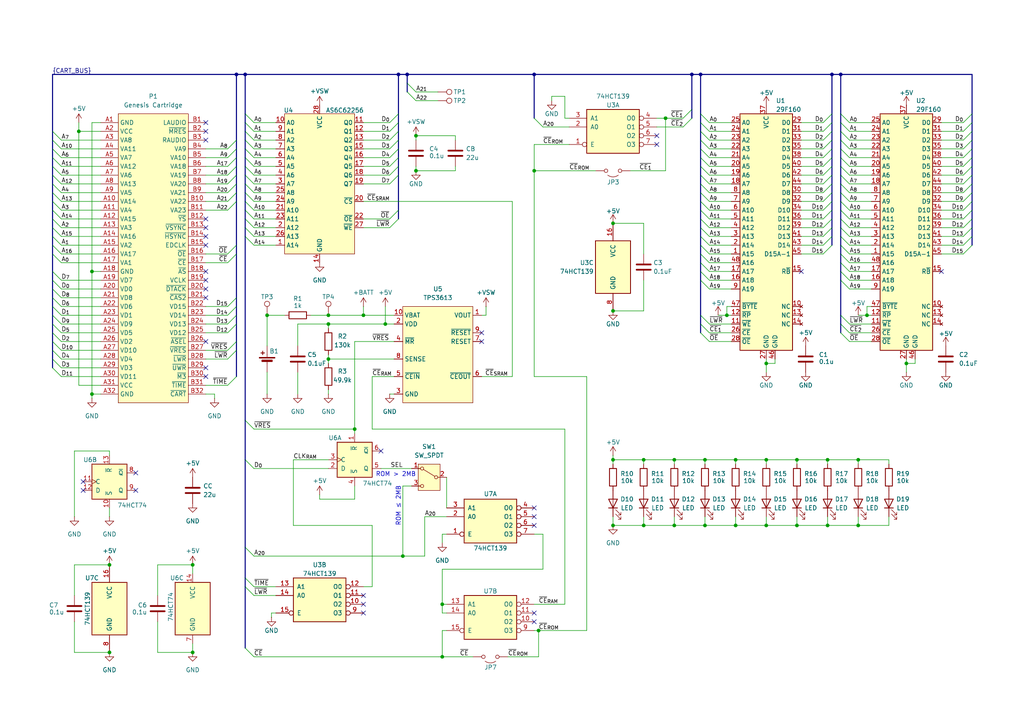
<source format=kicad_sch>
(kicad_sch (version 20231120) (generator "eeschema") (generator_version "8.0")
  (paper "A4")
  (title_block (title "Genesis/Mega Drive Advanced Flash Cartridge") (date "2025-08-22") (rev "1.1") (company "https://github.com/MouseBiteLabs/Genesis-Cartridges") (comment 1 "v1.1 - Fixed some missing LED connections to +5V") (comment 2 "v1.2 - ORed /TIME and /LWR for clocking flip flop for 32X compatibility"))
  (lib_symbols
    (symbol "74xx:74HC74" (pin_names (offset 1.016))
      (property "Reference" "U" (at -7.62 8.89 0))
      (property "Value" "74HC74" (at -7.62 -8.89 0))
      (symbol "74HC74_1_0"
        (pin input line (at 0 -7.62 90) (length 2.54) (name "~{R}") (number "1"))
        (pin input line (at -7.62 2.54 0) (length 2.54) (name "D") (number "2"))
        (pin input clock (at -7.62 0 0) (length 2.54) (name "C") (number "3"))
        (pin input line (at 0 7.62 270) (length 2.54) (name "~{S}") (number "4"))
        (pin output line (at 7.62 2.54 180) (length 2.54) (name "Q") (number "5"))
        (pin output line (at 7.62 -2.54 180) (length 2.54) (name "~{Q}") (number "6"))
      )
      (symbol "74HC74_2_0"
        (pin input line (at 0 7.62 270) (length 2.54) (name "~{S}") (number "10"))
        (pin input clock (at -7.62 0 0) (length 2.54) (name "C") (number "11"))
        (pin input line (at -7.62 2.54 0) (length 2.54) (name "D") (number "12"))
        (pin input line (at 0 -7.62 90) (length 2.54) (name "~{R}") (number "13"))
        (pin output line (at 7.62 -2.54 180) (length 2.54) (name "~{Q}") (number "8"))
        (pin output line (at 7.62 2.54 180) (length 2.54) (name "Q") (number "9"))
      )
      (symbol "74HC74_3_0"
        (pin power_in line (at 0 10.16 270) (length 2.54) (name "VCC") (number "14"))
        (pin power_in line (at 0 -10.16 90) (length 2.54) (name "GND") (number "7"))
      )
    )
    (symbol "Bucketmouse:74LS139" (pin_names (offset 1.016))
      (property "Reference" "U" (at -7.62 8.89 0))
      (property "Value" "74LS139" (at -7.62 -8.89 0))
      (symbol "74LS139_1_0"
        (pin input inverted (at -12.7 -5.08 0) (length 5.08) (name "E") (number "1"))
        (pin input line (at -12.7 0 0) (length 5.08) (name "A0") (number "2"))
        (pin input line (at -12.7 2.54 0) (length 5.08) (name "A1") (number "3"))
        (pin output inverted (at 12.7 2.54 180) (length 5.08) (name "O0") (number "4"))
        (pin output inverted (at 12.7 0 180) (length 5.08) (name "O1") (number "5"))
        (pin output inverted (at 12.7 -2.54 180) (length 5.08) (name "O2") (number "6"))
        (pin output inverted (at 12.7 -5.08 180) (length 5.08) (name "O3") (number "7"))
      )
      (symbol "74LS139_2_0"
        (pin output inverted (at 12.7 -2.54 180) (length 5.08) (name "O2") (number "10"))
        (pin output inverted (at 12.7 0 180) (length 5.08) (name "O1") (number "11"))
        (pin output inverted (at 12.7 2.54 180) (length 5.08) (name "O0") (number "12"))
        (pin input line (at -12.7 2.54 0) (length 5.08) (name "A1") (number "13"))
        (pin input line (at -12.7 0 0) (length 5.08) (name "A0") (number "14"))
        (pin input inverted (at -12.7 -5.08 0) (length 5.08) (name "E") (number "15"))
        (pin output inverted (at 12.7 -5.08 180) (length 5.08) (name "O3") (number "9"))
      )
      (symbol "74LS139_3_0"
        (pin power_in line (at 0 12.7 270) (length 5.08) (name "VCC") (number "16"))
        (pin power_in line (at 0 -12.7 90) (length 5.08) (name "GND") (number "8"))
      )
    )
    (symbol "Bucketmouse:AS6C62256"
      (property "Reference" "U" (at -10.16 20.955 0))
      (property "Value" "AS6C62256" (at 2.54 20.955 0))
      (symbol "AS6C62256_0_0"
        (pin power_in line (at 0 -22.86 90) (length 2.54) (name "GND") (number "14"))
        (pin power_in line (at 0 22.86 270) (length 2.54) (name "VCC") (number "28"))
      )
      (symbol "AS6C62256_1_1"
        (pin input line (at -12.7 -17.78 0) (length 2.54) (name "A14") (number "1"))
        (pin input line (at -12.7 17.78 0) (length 2.54) (name "A0") (number "10"))
        (pin tri_state line (at 12.7 17.78 180) (length 2.54) (name "Q0") (number "11"))
        (pin tri_state line (at 12.7 15.24 180) (length 2.54) (name "Q1") (number "12"))
        (pin tri_state line (at 12.7 12.7 180) (length 2.54) (name "Q2") (number "13"))
        (pin tri_state line (at 12.7 10.16 180) (length 2.54) (name "Q3") (number "15"))
        (pin tri_state line (at 12.7 7.62 180) (length 2.54) (name "Q4") (number "16"))
        (pin tri_state line (at 12.7 5.08 180) (length 2.54) (name "Q5") (number "17"))
        (pin tri_state line (at 12.7 2.54 180) (length 2.54) (name "Q6") (number "18"))
        (pin tri_state line (at 12.7 0 180) (length 2.54) (name "Q7") (number "19"))
        (pin input line (at -12.7 -12.7 0) (length 2.54) (name "A12") (number "2"))
        (pin input line (at 12.7 -5.08 180) (length 2.54) (name "~{CS}") (number "20"))
        (pin input line (at -12.7 -7.62 0) (length 2.54) (name "A10") (number "21"))
        (pin input line (at 12.7 -10.16 180) (length 2.54) (name "~{OE}") (number "22"))
        (pin input line (at -12.7 -10.16 0) (length 2.54) (name "A11") (number "23"))
        (pin input line (at -12.7 -5.08 0) (length 2.54) (name "A9") (number "24"))
        (pin input line (at -12.7 -2.54 0) (length 2.54) (name "A8") (number "25"))
        (pin input line (at -12.7 -15.24 0) (length 2.54) (name "A13") (number "26"))
        (pin input line (at 12.7 -12.7 180) (length 2.54) (name "~{WE}") (number "27"))
        (pin input line (at -12.7 0 0) (length 2.54) (name "A7") (number "3"))
        (pin input line (at -12.7 2.54 0) (length 2.54) (name "A6") (number "4"))
        (pin input line (at -12.7 5.08 0) (length 2.54) (name "A5") (number "5"))
        (pin input line (at -12.7 7.62 0) (length 2.54) (name "A4") (number "6"))
        (pin input line (at -12.7 10.16 0) (length 2.54) (name "A3") (number "7"))
        (pin input line (at -12.7 12.7 0) (length 2.54) (name "A2") (number "8"))
        (pin input line (at -12.7 15.24 0) (length 2.54) (name "A1") (number "9"))
      )
    )
    (symbol "Bucketmouse:Genesis_Cart_Edge"
      (property "Reference" "U" (at 0 34.29 0))
      (property "Value" "SNES_Cartridge" (at 0 32.004 0))
      (symbol "Genesis_Cart_Edge_1_1"
        (pin power_out line (at -15.24 27.94 0) (length 5.08) (name "GND") (number "A1"))
        (pin output line (at -15.24 5.08 0) (length 5.08) (name "VA14") (number "A10"))
        (pin output line (at -15.24 2.54 0) (length 5.08) (name "VA4") (number "A11"))
        (pin output line (at -15.24 0 0) (length 5.08) (name "VA15") (number "A12"))
        (pin output line (at -15.24 -2.54 0) (length 5.08) (name "VA3") (number "A13"))
        (pin output line (at -15.24 -5.08 0) (length 5.08) (name "VA16") (number "A14"))
        (pin output line (at -15.24 -7.62 0) (length 5.08) (name "VA2") (number "A15"))
        (pin output line (at -15.24 -10.16 0) (length 5.08) (name "VA17") (number "A16"))
        (pin output line (at -15.24 -12.7 0) (length 5.08) (name "VA1") (number "A17"))
        (pin power_out line (at -15.24 -15.24 0) (length 5.08) (name "GND") (number "A18"))
        (pin bidirectional line (at -15.24 -17.78 0) (length 5.08) (name "VD7") (number "A19"))
        (pin power_out line (at -15.24 25.4 0) (length 5.08) (name "VCC") (number "A2"))
        (pin bidirectional line (at -15.24 -20.32 0) (length 5.08) (name "VD0") (number "A20"))
        (pin bidirectional line (at -15.24 -22.86 0) (length 5.08) (name "VD8") (number "A21"))
        (pin bidirectional line (at -15.24 -25.4 0) (length 5.08) (name "VD6") (number "A22"))
        (pin bidirectional line (at -15.24 -27.94 0) (length 5.08) (name "VD1") (number "A23"))
        (pin bidirectional line (at -15.24 -30.48 0) (length 5.08) (name "VD9") (number "A24"))
        (pin bidirectional line (at -15.24 -33.02 0) (length 5.08) (name "VD5") (number "A25"))
        (pin bidirectional line (at -15.24 -35.56 0) (length 5.08) (name "VD2") (number "A26"))
        (pin bidirectional line (at -15.24 -38.1 0) (length 5.08) (name "VD10") (number "A27"))
        (pin bidirectional line (at -15.24 -40.64 0) (length 5.08) (name "VD4") (number "A28"))
        (pin bidirectional line (at -15.24 -43.18 0) (length 5.08) (name "VD3") (number "A29"))
        (pin output line (at -15.24 22.86 0) (length 5.08) (name "VA8") (number "A3"))
        (pin bidirectional line (at -15.24 -45.72 0) (length 5.08) (name "VD11") (number "A30"))
        (pin power_out line (at -15.24 -48.26 0) (length 5.08) (name "VCC") (number "A31"))
        (pin power_out line (at -15.24 -50.8 0) (length 5.08) (name "GND") (number "A32"))
        (pin output line (at -15.24 20.32 0) (length 5.08) (name "VA11") (number "A4"))
        (pin output line (at -15.24 17.78 0) (length 5.08) (name "VA7") (number "A5"))
        (pin output line (at -15.24 15.24 0) (length 5.08) (name "VA12") (number "A6"))
        (pin output line (at -15.24 12.7 0) (length 5.08) (name "VA6") (number "A7"))
        (pin output line (at -15.24 10.16 0) (length 5.08) (name "VA13") (number "A8"))
        (pin output line (at -15.24 7.62 0) (length 5.08) (name "VA5") (number "A9"))
        (pin input line (at 15.24 27.94 180) (length 5.08) (name "LAUDIO") (number "B1"))
        (pin output line (at 15.24 5.08 180) (length 5.08) (name "VA22") (number "B10"))
        (pin output line (at 15.24 2.54 180) (length 5.08) (name "VA23") (number "B11"))
        (pin output line (at 15.24 0 180) (length 5.08) (name "~{YS}") (number "B12"))
        (pin output line (at 15.24 -2.54 180) (length 5.08) (name "~{VSYNC}") (number "B13"))
        (pin output line (at 15.24 -5.08 180) (length 5.08) (name "~{HSYNC}") (number "B14"))
        (pin output line (at 15.24 -7.62 180) (length 5.08) (name "EDCLK") (number "B15"))
        (pin output line (at 15.24 -10.16 180) (length 5.08) (name "~{OE}") (number "B16"))
        (pin output line (at 15.24 -12.7 180) (length 5.08) (name "~{CE}") (number "B17"))
        (pin output line (at 15.24 -15.24 180) (length 5.08) (name "~{AS}") (number "B18"))
        (pin output line (at 15.24 -17.78 180) (length 5.08) (name "VCLK") (number "B19"))
        (pin output line (at 15.24 25.4 180) (length 5.08) (name "~{MRES}") (number "B2"))
        (pin input line (at 15.24 -20.32 180) (length 5.08) (name "~{DTACK}") (number "B20"))
        (pin output line (at 15.24 -22.86 180) (length 5.08) (name "~{CAS2}") (number "B21"))
        (pin bidirectional line (at 15.24 -25.4 180) (length 5.08) (name "VD15") (number "B22"))
        (pin bidirectional line (at 15.24 -27.94 180) (length 5.08) (name "VD14") (number "B23"))
        (pin bidirectional line (at 15.24 -30.48 180) (length 5.08) (name "VD13") (number "B24"))
        (pin bidirectional line (at 15.24 -33.02 180) (length 5.08) (name "VD12") (number "B25"))
        (pin output line (at 15.24 -35.56 180) (length 5.08) (name "~{ASEL}") (number "B26"))
        (pin output line (at 15.24 -38.1 180) (length 5.08) (name "~{VRES}") (number "B27"))
        (pin output line (at 15.24 -40.64 180) (length 5.08) (name "~{LWR}") (number "B28"))
        (pin output line (at 15.24 -43.18 180) (length 5.08) (name "~{UWR}") (number "B29"))
        (pin input line (at 15.24 22.86 180) (length 5.08) (name "RAUDIO") (number "B3"))
        (pin input line (at 15.24 -45.72 180) (length 5.08) (name "~{M3}") (number "B30"))
        (pin output line (at 15.24 -48.26 180) (length 5.08) (name "~{TIME}") (number "B31"))
        (pin input line (at 15.24 -50.8 180) (length 5.08) (name "~{CART}") (number "B32"))
        (pin output line (at 15.24 20.32 180) (length 5.08) (name "VA9") (number "B4"))
        (pin output line (at 15.24 17.78 180) (length 5.08) (name "VA10") (number "B5"))
        (pin output line (at 15.24 15.24 180) (length 5.08) (name "VA18") (number "B6"))
        (pin output line (at 15.24 12.7 180) (length 5.08) (name "VA19") (number "B7"))
        (pin output line (at 15.24 10.16 180) (length 5.08) (name "VA20") (number "B8"))
        (pin output line (at 15.24 7.62 180) (length 5.08) (name "VA21") (number "B9"))
      )
    )
    (symbol "Bucketmouse:TPS3613"
      (property "Reference" "U" (at -10.16 13.208 0))
      (property "Value" "TPS3613" (at 1.778 13.208 0))
      (symbol "TPS3613_1_0"
        (pin power_in line (at 12.7 10.16 180) (length 2.54) (name "VOUT") (number "1"))
        (pin power_in line (at -12.7 10.16 0) (length 2.54) (name "VBAT") (number "10"))
        (pin power_in line (at -12.7 7.62 0) (length 2.54) (name "VDD") (number "2"))
        (pin power_in line (at -12.7 -12.7 0) (length 2.54) (name "GND") (number "3"))
        (pin input line (at -12.7 2.54 0) (length 2.54) (name "~{MR}") (number "4"))
        (pin input line (at -12.7 -7.62 0) (length 2.54) (name "~{CEIN}") (number "5"))
        (pin output line (at 12.7 -7.62 180) (length 2.54) (name "~{CEOUT}") (number "6"))
        (pin output line (at 12.7 2.54 180) (length 2.54) (name "RESET") (number "7"))
        (pin input line (at -12.7 -2.54 0) (length 2.54) (name "SENSE") (number "8"))
        (pin output line (at 12.7 5.08 180) (length 2.54) (name "~{RESET}") (number "9"))
      )
    )
    (symbol "Bucketmouse_Nintendo:29F160"
      (property "Reference" "U" (at -7.62 31.75 0))
      (property "Value" "27C160" (at -10.414 -39.37 0))
      (symbol "29F160_1_1"
        (pin input line (at -10.16 -10.16 0) (length 2.54) (name "A15") (number "1"))
        (pin no_connect line (at 10.16 -25.4 180) (length 2.54) (name "NC") (number "10"))
        (pin input line (at -10.16 -30.48 0) (length 2.54) (name "~{WE}") (number "11"))
        (pin input line (at -10.16 -27.94 0) (length 2.54) (name "~{RP}") (number "12"))
        (pin no_connect line (at 10.16 -27.94 180) (length 2.54) (name "NC") (number "13"))
        (pin no_connect line (at 10.16 -30.48 180) (length 2.54) (name "NC") (number "14"))
        (pin output line (at 10.16 -15.24 180) (length 2.54) (name "R~{B}") (number "15"))
        (pin input line (at -10.16 -17.78 0) (length 2.54) (name "A18") (number "16"))
        (pin input line (at -10.16 -15.24 0) (length 2.54) (name "A17") (number "17"))
        (pin input line (at -10.16 10.16 0) (length 2.54) (name "A7") (number "18"))
        (pin input line (at -10.16 12.7 0) (length 2.54) (name "A6") (number "19"))
        (pin input line (at -10.16 -7.62 0) (length 2.54) (name "A14") (number "2"))
        (pin input line (at -10.16 15.24 0) (length 2.54) (name "A5") (number "20"))
        (pin input line (at -10.16 17.78 0) (length 2.54) (name "A4") (number "21"))
        (pin input line (at -10.16 20.32 0) (length 2.54) (name "A3") (number "22"))
        (pin input line (at -10.16 22.86 0) (length 2.54) (name "A2") (number "23"))
        (pin input line (at -10.16 25.4 0) (length 2.54) (name "A1") (number "24"))
        (pin input line (at -10.16 27.94 0) (length 2.54) (name "A0") (number "25"))
        (pin input line (at -10.16 -33.02 0) (length 2.54) (name "~{CE}") (number "26"))
        (pin power_in line (at 0 -40.64 90) (length 2.54) (name "GND") (number "27"))
        (pin input line (at -10.16 -35.56 0) (length 2.54) (name "~{OE}") (number "28"))
        (pin tri_state line (at 10.16 27.94 180) (length 2.54) (name "D0") (number "29"))
        (pin input line (at -10.16 -5.08 0) (length 2.54) (name "A13") (number "3"))
        (pin tri_state line (at 10.16 7.62 180) (length 2.54) (name "D8") (number "30"))
        (pin tri_state line (at 10.16 25.4 180) (length 2.54) (name "D1") (number "31"))
        (pin tri_state line (at 10.16 5.08 180) (length 2.54) (name "D9") (number "32"))
        (pin tri_state line (at 10.16 22.86 180) (length 2.54) (name "D2") (number "33"))
        (pin tri_state line (at 10.16 2.54 180) (length 2.54) (name "D10") (number "34"))
        (pin tri_state line (at 10.16 20.32 180) (length 2.54) (name "D3") (number "35"))
        (pin tri_state line (at 10.16 0 180) (length 2.54) (name "D11") (number "36"))
        (pin power_in line (at 0 33.02 270) (length 2.54) (name "VCC") (number "37"))
        (pin tri_state line (at 10.16 17.78 180) (length 2.54) (name "D4") (number "38"))
        (pin tri_state line (at 10.16 -2.54 180) (length 2.54) (name "D12") (number "39"))
        (pin input line (at -10.16 -2.54 0) (length 2.54) (name "A12") (number "4"))
        (pin tri_state line (at 10.16 15.24 180) (length 2.54) (name "D5") (number "40"))
        (pin tri_state line (at 10.16 -5.08 180) (length 2.54) (name "D13") (number "41"))
        (pin tri_state line (at 10.16 12.7 180) (length 2.54) (name "D6") (number "42"))
        (pin tri_state line (at 10.16 -7.62 180) (length 2.54) (name "D14") (number "43"))
        (pin tri_state line (at 10.16 10.16 180) (length 2.54) (name "D7") (number "44"))
        (pin tri_state line (at 10.16 -10.16 180) (length 2.54) (name "D15A-1") (number "45"))
        (pin power_in line (at 2.54 -40.64 90) (length 2.54) (name "GND") (number "46"))
        (pin input line (at -10.16 -25.4 0) (length 2.54) (name "~{BYTE}") (number "47"))
        (pin input line (at -10.16 -12.7 0) (length 2.54) (name "A16") (number "48"))
        (pin input line (at -10.16 0 0) (length 2.54) (name "A11") (number "5"))
        (pin input line (at -10.16 2.54 0) (length 2.54) (name "A10") (number "6"))
        (pin input line (at -10.16 5.08 0) (length 2.54) (name "A9") (number "7"))
        (pin input line (at -10.16 7.62 0) (length 2.54) (name "A8") (number "8"))
        (pin input line (at -10.16 -20.32 0) (length 2.54) (name "A19") (number "9"))
      )
    )
    (symbol "Bucketmouse_Nintendo:74LS139" (pin_names (offset 1.016))
      (property "Reference" "U" (at -7.62 8.89 0))
      (property "Value" "74LS139" (at -7.62 -8.89 0))
      (symbol "74LS139_1_0"
        (pin input inverted (at -12.7 -5.08 0) (length 5.08) (name "E") (number "1"))
        (pin input line (at -12.7 0 0) (length 5.08) (name "A0") (number "2"))
        (pin input line (at -12.7 2.54 0) (length 5.08) (name "A1") (number "3"))
        (pin output inverted (at 12.7 2.54 180) (length 5.08) (name "O0") (number "4"))
        (pin output inverted (at 12.7 0 180) (length 5.08) (name "O1") (number "5"))
        (pin output inverted (at 12.7 -2.54 180) (length 5.08) (name "O2") (number "6"))
        (pin output inverted (at 12.7 -5.08 180) (length 5.08) (name "O3") (number "7"))
      )
      (symbol "74LS139_2_0"
        (pin output inverted (at 12.7 -2.54 180) (length 5.08) (name "O2") (number "10"))
        (pin output inverted (at 12.7 0 180) (length 5.08) (name "O1") (number "11"))
        (pin output inverted (at 12.7 2.54 180) (length 5.08) (name "O0") (number "12"))
        (pin input line (at -12.7 2.54 0) (length 5.08) (name "A1") (number "13"))
        (pin input line (at -12.7 0 0) (length 5.08) (name "A0") (number "14"))
        (pin input inverted (at -12.7 -5.08 0) (length 5.08) (name "E") (number "15"))
        (pin output inverted (at 12.7 -5.08 180) (length 5.08) (name "O3") (number "9"))
      )
      (symbol "74LS139_3_0"
        (pin power_in line (at 0 12.7 270) (length 5.08) (name "VCC") (number "16"))
        (pin power_in line (at 0 -12.7 90) (length 5.08) (name "GND") (number "8"))
      )
    )
    (symbol "Connector:TestPoint" (pin_numbers hide) (pin_names (offset 0.762) hide)
      (property "Reference" "TP" (at 0 6.858 0))
      (property "Value" "TestPoint" (at 0 5.08 0))
      (symbol "TestPoint_1_1"
        (pin passive line (at 0 0 90) (length 2.54) (name "1") (number "1"))
      )
    )
    (symbol "Device:Battery_Cell" (pin_numbers hide) (pin_names (offset 0) hide)
      (property "Reference" "BT" (at 2.54 2.54 0))
      (property "Value" "Battery_Cell" (at 2.54 0 0))
      (symbol "Battery_Cell_1_1"
        (pin passive line (at 0 5.08 270) (length 2.54) (name "+") (number "1"))
        (pin passive line (at 0 -2.54 90) (length 2.54) (name "-") (number "2"))
      )
    )
    (symbol "Device:C" (pin_numbers hide) (pin_names (offset 0.254))
      (property "Reference" "C" (at 0.635 2.54 0))
      (property "Value" "C" (at 0.635 -2.54 0))
      (symbol "C_1_1"
        (pin passive line (at 0 3.81 270) (length 2.794) (name "~") (number "1"))
        (pin passive line (at 0 -3.81 90) (length 2.794) (name "~") (number "2"))
      )
    )
    (symbol "Device:LED" (pin_numbers hide) (pin_names (offset 1.016) hide)
      (property "Reference" "D" (at 0 2.54 0))
      (property "Value" "LED" (at 0 -2.54 0))
      (symbol "LED_1_1"
        (pin passive line (at -3.81 0 0) (length 2.54) (name "K") (number "1"))
        (pin passive line (at 3.81 0 180) (length 2.54) (name "A") (number "2"))
      )
    )
    (symbol "Device:R" (pin_numbers hide) (pin_names (offset 0))
      (property "Reference" "R" (at 2.032 0 90))
      (property "Value" "R" (at 0 0 90))
      (symbol "R_1_1"
        (pin passive line (at 0 3.81 270) (length 1.27) (name "~") (number "1"))
        (pin passive line (at 0 -3.81 90) (length 1.27) (name "~") (number "2"))
      )
    )
    (symbol "Jumper:Jumper_2_Open" (pin_numbers hide) (pin_names (offset 0) hide) (exclude_from_sim yes)
      (property "Reference" "JP" (at 0 2.794 0))
      (property "Value" "Jumper_2_Open" (at 0 -2.286 0))
      (symbol "Jumper_2_Open_1_1"
        (pin passive line (at -5.08 0 0) (length 2.54) (name "A") (number "1"))
        (pin passive line (at 5.08 0 180) (length 2.54) (name "B") (number "2"))
      )
    )
    (symbol "Switch:SW_SPDT" (pin_names (offset 0) hide)
      (property "Reference" "SW" (at 0 5.08 0))
      (property "Value" "SW_SPDT" (at 0 -5.08 0))
      (symbol "SW_SPDT_1_1"
        (pin passive line (at 5.08 2.54 180) (length 2.54) (name "A") (number "1"))
        (pin passive line (at -5.08 0 0) (length 2.54) (name "B") (number "2"))
        (pin passive line (at 5.08 -2.54 180) (length 2.54) (name "C") (number "3"))
      )
    )
    (symbol "power:+5V" (power) (pin_numbers hide) (pin_names (offset 0) hide)
      (property "Value" "+5V" (at 0 3.556 0))
      (symbol "+5V_1_1"
        (pin power_in line (at 0 0 90) (length 0) (name "~") (number "1"))
      )
    )
    (symbol "power:+BATT" (power) (pin_numbers hide) (pin_names (offset 0) hide)
      (property "Value" "+BATT" (at 0 3.556 0))
      (symbol "+BATT_1_1"
        (pin power_in line (at 0 0 90) (length 0) (name "~") (number "1"))
      )
    )
    (symbol "power:+VSW" (power) (pin_numbers hide) (pin_names (offset 0) hide)
      (property "Value" "+VSW" (at 0 3.556 0))
      (symbol "+VSW_1_1"
        (pin power_in line (at 0 0 90) (length 0) (name "~") (number "1"))
      )
    )
    (symbol "power:GND" (power) (pin_numbers hide) (pin_names (offset 0) hide)
      (property "Value" "GND" (at 0 -3.81 0))
      (symbol "GND_1_1"
        (pin power_in line (at 0 0 270) (length 0) (name "~") (number "1"))
      )
    )
  )
  (bus_alias "CART_BUS" (members "A_{0}" "A_{1}" "A_{2}" "A_{3}" "A_{4}" "A_{5}" "A_{6}" "A_{7}" "A_{8}" "A_{9}" "A_{10}" "A_{11}" "A_{12}" "A_{13}" "A_{14}" "A_{15}" "A_{16}" "A_{17}" "A_{18}" "A_{19}" "A_{20}" "D_{0}" "D_{1}" "D_{2}" "D_{3}" "D_{4}" "D_{5}" "D_{6}" "D_{7}" "D_{8}" "D_{9}" "D_{10}" "D_{11}" "D_{12}" "D_{13}" "D_{14}" "D_{15}" "~{VRES}" "~{TIME}" "~{OE}" "~{CE}" "A_{22}" "A_{21}" "~{LWR}" "~{CE1}" "~{CE2}"))
  (junction (at 95.25 104.14))
  (junction (at 120.65 49.53))
  (junction (at 31.75 189.23))
  (junction (at 120.65 39.37))
  (junction (at 241.3 21.59))
  (junction (at 118.11 21.59))
  (junction (at 186.69 152.4))
  (junction (at 77.47 91.44))
  (junction (at 154.94 21.59))
  (junction (at 195.58 133.35))
  (junction (at 22.86 38.1))
  (junction (at 213.36 133.35))
  (junction (at 154.94 49.53))
  (junction (at 111.76 93.98))
  (junction (at 251.46 91.44))
  (junction (at 68.58 21.59))
  (junction (at 186.69 133.35))
  (junction (at 213.36 152.4))
  (junction (at 200.66 21.59))
  (junction (at 204.47 133.35))
  (junction (at 31.75 163.83))
  (junction (at 177.8 90.17))
  (junction (at 231.14 133.35))
  (junction (at 128.27 190.5))
  (junction (at 26.67 114.3))
  (junction (at 222.25 105.41))
  (junction (at 240.03 133.35))
  (junction (at 195.58 152.4))
  (junction (at 115.57 21.59))
  (junction (at 262.89 105.41))
  (junction (at 240.03 152.4))
  (junction (at 243.84 21.59))
  (junction (at 105.41 91.44))
  (junction (at 222.25 152.4))
  (junction (at 210.82 91.44))
  (junction (at 222.25 133.35))
  (junction (at 55.88 163.83))
  (junction (at 102.87 124.46))
  (junction (at 248.92 152.4))
  (junction (at 95.25 93.98))
  (junction (at 203.2 21.59))
  (junction (at 71.12 21.59))
  (junction (at 128.27 175.26))
  (junction (at 177.8 152.4))
  (junction (at 95.25 91.44))
  (junction (at 26.67 78.74))
  (junction (at 248.92 133.35))
  (junction (at 156.21 182.88))
  (junction (at 116.84 161.29))
  (junction (at 55.88 189.23))
  (junction (at 231.14 152.4))
  (junction (at 193.04 34.29))
  (junction (at 177.8 64.77))
  (junction (at 204.47 152.4))
  (junction (at 177.8 133.35))
  (no_connect (at 59.69 38.1))
  (no_connect (at 59.69 35.56))
  (no_connect (at 59.69 106.68))
  (no_connect (at 110.49 130.81))
  (no_connect (at 139.7 96.52))
  (no_connect (at 59.69 81.28))
  (no_connect (at 105.41 175.26))
  (no_connect (at 59.69 71.12))
  (no_connect (at 154.94 147.32))
  (no_connect (at 105.41 172.72))
  (no_connect (at 24.13 139.7))
  (no_connect (at 59.69 86.36))
  (no_connect (at 39.37 142.24))
  (no_connect (at 105.41 177.8))
  (no_connect (at 24.13 142.24))
  (no_connect (at 154.94 180.34))
  (no_connect (at 154.94 149.86))
  (no_connect (at 59.69 68.58))
  (no_connect (at 190.5 41.91))
  (no_connect (at 190.5 39.37))
  (no_connect (at 273.05 78.74))
  (no_connect (at 154.94 177.8))
  (no_connect (at 39.37 137.16))
  (no_connect (at 232.41 78.74))
  (no_connect (at 154.94 152.4))
  (no_connect (at 59.69 63.5))
  (no_connect (at 59.69 83.82))
  (no_connect (at 139.7 99.06))
  (no_connect (at 59.69 99.06))
  (no_connect (at 59.69 66.04))
  (no_connect (at 59.69 40.64))
  (no_connect (at 59.69 78.74))
  (no_connect (at 59.69 109.22))
  (bus_entry (at 71.12 170.18) (size 2.54 2.54))
  (bus_entry (at 118.11 24.13) (size 2.54 2.54))
  (bus_entry (at 243.84 68.58) (size 2.54 2.54))
  (bus_entry (at 71.12 53.34) (size 2.54 2.54))
  (bus_entry (at 241.3 71.12) (size -2.54 2.54))
  (bus_entry (at 203.2 50.8) (size 2.54 2.54))
  (bus_entry (at 281.94 43.18) (size -2.54 2.54))
  (bus_entry (at 203.2 40.64) (size 2.54 2.54))
  (bus_entry (at 68.58 48.26) (size -2.54 2.54))
  (bus_entry (at 68.58 86.36) (size -2.54 2.54))
  (bus_entry (at 281.94 53.34) (size -2.54 2.54))
  (bus_entry (at 68.58 99.06) (size -2.54 2.54))
  (bus_entry (at 68.58 71.12) (size -2.54 2.54))
  (bus_entry (at 68.58 88.9) (size -2.54 2.54))
  (bus_entry (at 15.24 78.74) (size 2.54 2.54))
  (bus_entry (at 203.2 73.66) (size 2.54 2.54))
  (bus_entry (at 243.84 66.04) (size 2.54 2.54))
  (bus_entry (at 203.2 53.34) (size 2.54 2.54))
  (bus_entry (at 281.94 66.04) (size -2.54 2.54))
  (bus_entry (at 71.12 48.26) (size 2.54 2.54))
  (bus_entry (at 15.24 50.8) (size 2.54 2.54))
  (bus_entry (at 281.94 35.56) (size -2.54 2.54))
  (bus_entry (at 203.2 35.56) (size 2.54 2.54))
  (bus_entry (at 15.24 38.1) (size 2.54 2.54))
  (bus_entry (at 203.2 58.42) (size 2.54 2.54))
  (bus_entry (at 68.58 43.18) (size -2.54 2.54))
  (bus_entry (at 15.24 73.66) (size 2.54 2.54))
  (bus_entry (at 241.3 40.64) (size -2.54 2.54))
  (bus_entry (at 68.58 50.8) (size -2.54 2.54))
  (bus_entry (at 71.12 167.64) (size 2.54 2.54))
  (bus_entry (at 241.3 35.56) (size -2.54 2.54))
  (bus_entry (at 15.24 81.28) (size 2.54 2.54))
  (bus_entry (at 241.3 50.8) (size -2.54 2.54))
  (bus_entry (at 243.84 81.28) (size 2.54 2.54))
  (bus_entry (at 68.58 109.22) (size -2.54 2.54))
  (bus_entry (at 203.2 91.44) (size 2.54 2.54))
  (bus_entry (at 241.3 63.5) (size -2.54 2.54))
  (bus_entry (at 71.12 35.56) (size 2.54 2.54))
  (bus_entry (at 203.2 60.96) (size 2.54 2.54))
  (bus_entry (at 154.94 34.29) (size 2.54 2.54))
  (bus_entry (at 15.24 45.72) (size 2.54 2.54))
  (bus_entry (at 71.12 55.88) (size 2.54 2.54))
  (bus_entry (at 243.84 91.44) (size 2.54 2.54))
  (bus_entry (at 68.58 91.44) (size -2.54 2.54))
  (bus_entry (at 118.11 26.67) (size 2.54 2.54))
  (bus_entry (at 281.94 38.1) (size -2.54 2.54))
  (bus_entry (at 71.12 40.64) (size 2.54 2.54))
  (bus_entry (at 115.57 48.26) (size -2.54 2.54))
  (bus_entry (at 71.12 50.8) (size 2.54 2.54))
  (bus_entry (at 71.12 63.5) (size 2.54 2.54))
  (bus_entry (at 71.12 43.18) (size 2.54 2.54))
  (bus_entry (at 243.84 71.12) (size 2.54 2.54))
  (bus_entry (at 15.24 43.18) (size 2.54 2.54))
  (bus_entry (at 241.3 53.34) (size -2.54 2.54))
  (bus_entry (at 243.84 93.98) (size 2.54 2.54))
  (bus_entry (at 115.57 43.18) (size -2.54 2.54))
  (bus_entry (at 15.24 66.04) (size 2.54 2.54))
  (bus_entry (at 71.12 187.96) (size 2.54 2.54))
  (bus_entry (at 241.3 48.26) (size -2.54 2.54))
  (bus_entry (at 243.84 38.1) (size 2.54 2.54))
  (bus_entry (at 203.2 68.58) (size 2.54 2.54))
  (bus_entry (at 203.2 48.26) (size 2.54 2.54))
  (bus_entry (at 281.94 58.42) (size -2.54 2.54))
  (bus_entry (at 71.12 45.72) (size 2.54 2.54))
  (bus_entry (at 71.12 133.35) (size 2.54 2.54))
  (bus_entry (at 281.94 63.5) (size -2.54 2.54))
  (bus_entry (at 243.84 76.2) (size 2.54 2.54))
  (bus_entry (at 15.24 63.5) (size 2.54 2.54))
  (bus_entry (at 115.57 40.64) (size -2.54 2.54))
  (bus_entry (at 200.66 34.29) (size -2.54 2.54))
  (bus_entry (at 68.58 101.6) (size -2.54 2.54))
  (bus_entry (at 115.57 33.02) (size -2.54 2.54))
  (bus_entry (at 203.2 81.28) (size 2.54 2.54))
  (bus_entry (at 203.2 71.12) (size 2.54 2.54))
  (bus_entry (at 15.24 104.14) (size 2.54 2.54))
  (bus_entry (at 241.3 33.02) (size -2.54 2.54))
  (bus_entry (at 115.57 38.1) (size -2.54 2.54))
  (bus_entry (at 281.94 45.72) (size -2.54 2.54))
  (bus_entry (at 243.84 45.72) (size 2.54 2.54))
  (bus_entry (at 243.84 48.26) (size 2.54 2.54))
  (bus_entry (at 203.2 76.2) (size 2.54 2.54))
  (bus_entry (at 71.12 33.02) (size 2.54 2.54))
  (bus_entry (at 243.84 60.96) (size 2.54 2.54))
  (bus_entry (at 241.3 38.1) (size -2.54 2.54))
  (bus_entry (at 15.24 106.68) (size 2.54 2.54))
  (bus_entry (at 68.58 45.72) (size -2.54 2.54))
  (bus_entry (at 68.58 55.88) (size -2.54 2.54))
  (bus_entry (at 15.24 86.36) (size 2.54 2.54))
  (bus_entry (at 200.66 31.75) (size -2.54 2.54))
  (bus_entry (at 15.24 68.58) (size 2.54 2.54))
  (bus_entry (at 203.2 78.74) (size 2.54 2.54))
  (bus_entry (at 203.2 55.88) (size 2.54 2.54))
  (bus_entry (at 243.84 35.56) (size 2.54 2.54))
  (bus_entry (at 281.94 68.58) (size -2.54 2.54))
  (bus_entry (at 243.84 55.88) (size 2.54 2.54))
  (bus_entry (at 71.12 121.92) (size 2.54 2.54))
  (bus_entry (at 15.24 58.42) (size 2.54 2.54))
  (bus_entry (at 15.24 71.12) (size 2.54 2.54))
  (bus_entry (at 15.24 53.34) (size 2.54 2.54))
  (bus_entry (at 203.2 63.5) (size 2.54 2.54))
  (bus_entry (at 243.84 53.34) (size 2.54 2.54))
  (bus_entry (at 281.94 60.96) (size -2.54 2.54))
  (bus_entry (at 15.24 60.96) (size 2.54 2.54))
  (bus_entry (at 15.24 96.52) (size 2.54 2.54))
  (bus_entry (at 243.84 58.42) (size 2.54 2.54))
  (bus_entry (at 243.84 63.5) (size 2.54 2.54))
  (bus_entry (at 15.24 48.26) (size 2.54 2.54))
  (bus_entry (at 203.2 66.04) (size 2.54 2.54))
  (bus_entry (at 241.3 43.18) (size -2.54 2.54))
  (bus_entry (at 15.24 83.82) (size 2.54 2.54))
  (bus_entry (at 115.57 63.5) (size -2.54 2.54))
  (bus_entry (at 71.12 66.04) (size 2.54 2.54))
  (bus_entry (at 203.2 33.02) (size 2.54 2.54))
  (bus_entry (at 203.2 96.52) (size 2.54 2.54))
  (bus_entry (at 241.3 58.42) (size -2.54 2.54))
  (bus_entry (at 15.24 93.98) (size 2.54 2.54))
  (bus_entry (at 241.3 45.72) (size -2.54 2.54))
  (bus_entry (at 71.12 58.42) (size 2.54 2.54))
  (bus_entry (at 241.3 60.96) (size -2.54 2.54))
  (bus_entry (at 68.58 73.66) (size -2.54 2.54))
  (bus_entry (at 71.12 60.96) (size 2.54 2.54))
  (bus_entry (at 115.57 60.96) (size -2.54 2.54))
  (bus_entry (at 203.2 38.1) (size 2.54 2.54))
  (bus_entry (at 68.58 58.42) (size -2.54 2.54))
  (bus_entry (at 281.94 71.12) (size -2.54 2.54))
  (bus_entry (at 241.3 68.58) (size -2.54 2.54))
  (bus_entry (at 15.24 99.06) (size 2.54 2.54))
  (bus_entry (at 243.84 73.66) (size 2.54 2.54))
  (bus_entry (at 281.94 40.64) (size -2.54 2.54))
  (bus_entry (at 115.57 35.56) (size -2.54 2.54))
  (bus_entry (at 281.94 55.88) (size -2.54 2.54))
  (bus_entry (at 243.84 33.02) (size 2.54 2.54))
  (bus_entry (at 241.3 66.04) (size -2.54 2.54))
  (bus_entry (at 15.24 40.64) (size 2.54 2.54))
  (bus_entry (at 115.57 50.8) (size -2.54 2.54))
  (bus_entry (at 203.2 43.18) (size 2.54 2.54))
  (bus_entry (at 15.24 101.6) (size 2.54 2.54))
  (bus_entry (at 15.24 55.88) (size 2.54 2.54))
  (bus_entry (at 241.3 55.88) (size -2.54 2.54))
  (bus_entry (at 243.84 96.52) (size 2.54 2.54))
  (bus_entry (at 71.12 158.75) (size 2.54 2.54))
  (bus_entry (at 281.94 48.26) (size -2.54 2.54))
  (bus_entry (at 281.94 50.8) (size -2.54 2.54))
  (bus_entry (at 243.84 78.74) (size 2.54 2.54))
  (bus_entry (at 71.12 68.58) (size 2.54 2.54))
  (bus_entry (at 243.84 40.64) (size 2.54 2.54))
  (bus_entry (at 115.57 45.72) (size -2.54 2.54))
  (bus_entry (at 15.24 88.9) (size 2.54 2.54))
  (bus_entry (at 243.84 50.8) (size 2.54 2.54))
  (bus_entry (at 203.2 93.98) (size 2.54 2.54))
  (bus_entry (at 71.12 38.1) (size 2.54 2.54))
  (bus_entry (at 68.58 93.98) (size -2.54 2.54))
  (bus_entry (at 243.84 43.18) (size 2.54 2.54))
  (bus_entry (at 68.58 40.64) (size -2.54 2.54))
  (bus_entry (at 203.2 45.72) (size 2.54 2.54))
  (bus_entry (at 15.24 91.44) (size 2.54 2.54))
  (bus_entry (at 68.58 53.34) (size -2.54 2.54))
  (bus_entry (at 281.94 33.02) (size -2.54 2.54))
  (wire (pts (xy 160.02 27.94) (xy 160.02 29.21)))
  (wire (pts (xy 246.38 40.64) (xy 252.73 40.64)))
  (wire (pts (xy 128.27 190.5) (xy 137.16 190.5)))
  (bus (pts (xy 281.94 53.34) (xy 281.94 55.88)))
  (bus (pts (xy 203.2 60.96) (xy 203.2 63.5)))
  (wire (pts (xy 17.78 91.44) (xy 29.21 91.44)))
  (wire (pts (xy 232.41 55.88) (xy 238.76 55.88)))
  (wire (pts (xy 154.94 182.88) (xy 156.21 182.88)))
  (wire (pts (xy 257.81 133.35) (xy 257.81 134.62)))
  (wire (pts (xy 246.38 53.34) (xy 252.73 53.34)))
  (bus (pts (xy 241.3 35.56) (xy 241.3 38.1)))
  (wire (pts (xy 62.23 114.3) (xy 62.23 115.57)))
  (bus (pts (xy 154.94 21.59) (xy 200.66 21.59)))
  (bus (pts (xy 15.24 91.44) (xy 15.24 88.9)))
  (wire (pts (xy 186.69 73.66) (xy 186.69 64.77)))
  (wire (pts (xy 17.78 81.28) (xy 29.21 81.28)))
  (wire (pts (xy 154.94 49.53) (xy 172.72 49.53)))
  (wire (pts (xy 132.08 49.53) (xy 120.65 49.53)))
  (wire (pts (xy 105.41 53.34) (xy 113.03 53.34)))
  (bus (pts (xy 71.12 60.96) (xy 71.12 58.42)))
  (wire (pts (xy 205.74 81.28) (xy 212.09 81.28)))
  (wire (pts (xy 26.67 114.3) (xy 26.67 115.57)))
  (wire (pts (xy 17.78 60.96) (xy 29.21 60.96)))
  (wire (pts (xy 17.78 86.36) (xy 29.21 86.36)))
  (bus (pts (xy 71.12 68.58) (xy 71.12 121.92)))
  (wire (pts (xy 205.74 45.72) (xy 212.09 45.72)))
  (wire (pts (xy 232.41 63.5) (xy 238.76 63.5)))
  (wire (pts (xy 246.38 81.28) (xy 252.73 81.28)))
  (wire (pts (xy 102.87 125.73) (xy 102.87 124.46)))
  (bus (pts (xy 243.84 60.96) (xy 243.84 63.5)))
  (bus (pts (xy 200.66 21.59) (xy 203.2 21.59)))
  (wire (pts (xy 154.94 154.94) (xy 157.48 154.94)))
  (bus (pts (xy 203.2 33.02) (xy 203.2 35.56)))
  (wire (pts (xy 17.78 99.06) (xy 29.21 99.06)))
  (wire (pts (xy 73.66 172.72) (xy 80.01 172.72)))
  (wire (pts (xy 105.41 58.42) (xy 148.59 58.42)))
  (wire (pts (xy 273.05 66.04) (xy 279.4 66.04)))
  (wire (pts (xy 31.75 147.32) (xy 31.75 149.86)))
  (bus (pts (xy 71.12 63.5) (xy 71.12 60.96)))
  (bus (pts (xy 243.84 35.56) (xy 243.84 38.1)))
  (wire (pts (xy 90.17 91.44) (xy 95.25 91.44)))
  (wire (pts (xy 31.75 130.81) (xy 31.75 132.08)))
  (bus (pts (xy 68.58 53.34) (xy 68.58 55.88)))
  (wire (pts (xy 113.03 38.1) (xy 105.41 38.1)))
  (wire (pts (xy 66.04 91.44) (xy 59.69 91.44)))
  (wire (pts (xy 205.74 60.96) (xy 212.09 60.96)))
  (wire (pts (xy 105.41 170.18) (xy 107.95 170.18)))
  (wire (pts (xy 59.69 101.6) (xy 66.04 101.6)))
  (wire (pts (xy 246.38 45.72) (xy 252.73 45.72)))
  (wire (pts (xy 213.36 152.4) (xy 222.25 152.4)))
  (bus (pts (xy 203.2 40.64) (xy 203.2 43.18)))
  (wire (pts (xy 177.8 133.35) (xy 177.8 134.62)))
  (wire (pts (xy 177.8 149.86) (xy 177.8 152.4)))
  (wire (pts (xy 107.95 124.46) (xy 163.83 124.46)))
  (wire (pts (xy 132.08 39.37) (xy 132.08 40.64)))
  (wire (pts (xy 95.25 105.41) (xy 95.25 104.14)))
  (bus (pts (xy 154.94 34.29) (xy 154.94 21.59)))
  (wire (pts (xy 73.66 63.5) (xy 80.01 63.5)))
  (wire (pts (xy 66.04 50.8) (xy 59.69 50.8)))
  (wire (pts (xy 246.38 43.18) (xy 252.73 43.18)))
  (bus (pts (xy 203.2 53.34) (xy 203.2 55.88)))
  (wire (pts (xy 73.66 35.56) (xy 80.01 35.56)))
  (wire (pts (xy 195.58 152.4) (xy 204.47 152.4)))
  (wire (pts (xy 205.74 38.1) (xy 212.09 38.1)))
  (bus (pts (xy 243.84 48.26) (xy 243.84 50.8)))
  (wire (pts (xy 213.36 152.4) (xy 213.36 149.86)))
  (bus (pts (xy 71.12 21.59) (xy 71.12 33.02)))
  (wire (pts (xy 128.27 182.88) (xy 129.54 182.88)))
  (bus (pts (xy 243.84 71.12) (xy 243.84 73.66)))
  (wire (pts (xy 59.69 114.3) (xy 62.23 114.3)))
  (wire (pts (xy 156.21 190.5) (xy 147.32 190.5)))
  (bus (pts (xy 281.94 68.58) (xy 281.94 71.12)))
  (bus (pts (xy 15.24 101.6) (xy 15.24 99.06)))
  (bus (pts (xy 71.12 58.42) (xy 71.12 55.88)))
  (bus (pts (xy 241.3 55.88) (xy 241.3 58.42)))
  (bus (pts (xy 243.84 81.28) (xy 243.84 91.44)))
  (bus (pts (xy 71.12 43.18) (xy 71.12 40.64)))
  (bus (pts (xy 203.2 93.98) (xy 203.2 96.52)))
  (bus (pts (xy 71.12 170.18) (xy 71.12 187.96)))
  (wire (pts (xy 195.58 133.35) (xy 204.47 133.35)))
  (wire (pts (xy 205.74 53.34) (xy 212.09 53.34)))
  (wire (pts (xy 157.48 154.94) (xy 157.48 165.1)))
  (bus (pts (xy 68.58 93.98) (xy 68.58 99.06)))
  (bus (pts (xy 68.58 45.72) (xy 68.58 48.26)))
  (wire (pts (xy 29.21 111.76) (xy 22.86 111.76)))
  (wire (pts (xy 120.65 26.67) (xy 127 26.67)))
  (wire (pts (xy 31.75 130.81) (xy 21.59 130.81)))
  (wire (pts (xy 246.38 71.12) (xy 252.73 71.12)))
  (bus (pts (xy 243.84 55.88) (xy 243.84 58.42)))
  (bus (pts (xy 15.24 78.74) (xy 15.24 73.66)))
  (bus (pts (xy 15.24 40.64) (xy 15.24 38.1)))
  (bus (pts (xy 71.12 121.92) (xy 71.12 133.35)))
  (bus (pts (xy 15.24 55.88) (xy 15.24 53.34)))
  (wire (pts (xy 186.69 133.35) (xy 186.69 134.62)))
  (wire (pts (xy 17.78 53.34) (xy 29.21 53.34)))
  (bus (pts (xy 68.58 21.59) (xy 68.58 40.64)))
  (bus (pts (xy 71.12 35.56) (xy 71.12 33.02)))
  (bus (pts (xy 243.84 43.18) (xy 243.84 45.72)))
  (wire (pts (xy 232.41 68.58) (xy 238.76 68.58)))
  (bus (pts (xy 243.84 38.1) (xy 243.84 40.64)))
  (wire (pts (xy 85.09 133.35) (xy 95.25 133.35)))
  (wire (pts (xy 186.69 152.4) (xy 186.69 149.86)))
  (bus (pts (xy 241.3 68.58) (xy 241.3 71.12)))
  (wire (pts (xy 114.3 99.06) (xy 102.87 99.06)))
  (bus (pts (xy 71.12 133.35) (xy 71.12 158.75)))
  (bus (pts (xy 68.58 43.18) (xy 68.58 45.72)))
  (bus (pts (xy 241.3 40.64) (xy 241.3 43.18)))
  (bus (pts (xy 68.58 86.36) (xy 68.58 88.9)))
  (wire (pts (xy 195.58 152.4) (xy 195.58 149.86)))
  (wire (pts (xy 154.94 175.26) (xy 163.83 175.26)))
  (bus (pts (xy 241.3 50.8) (xy 241.3 53.34)))
  (wire (pts (xy 66.04 48.26) (xy 59.69 48.26)))
  (wire (pts (xy 273.05 50.8) (xy 279.4 50.8)))
  (wire (pts (xy 21.59 189.23) (xy 31.75 189.23)))
  (wire (pts (xy 231.14 152.4) (xy 231.14 149.86)))
  (wire (pts (xy 77.47 107.95) (xy 77.47 114.3)))
  (bus (pts (xy 241.3 66.04) (xy 241.3 68.58)))
  (wire (pts (xy 22.86 38.1) (xy 22.86 111.76)))
  (wire (pts (xy 232.41 40.64) (xy 238.76 40.64)))
  (wire (pts (xy 163.83 34.29) (xy 165.1 34.29)))
  (wire (pts (xy 128.27 165.1) (xy 128.27 175.26)))
  (wire (pts (xy 85.09 152.4) (xy 85.09 133.35)))
  (wire (pts (xy 182.88 49.53) (xy 193.04 49.53)))
  (wire (pts (xy 213.36 133.35) (xy 213.36 134.62)))
  (wire (pts (xy 128.27 177.8) (xy 128.27 175.26)))
  (bus (pts (xy 281.94 63.5) (xy 281.94 66.04)))
  (wire (pts (xy 246.38 50.8) (xy 252.73 50.8)))
  (bus (pts (xy 71.12 50.8) (xy 71.12 48.26)))
  (wire (pts (xy 73.66 68.58) (xy 80.01 68.58)))
  (bus (pts (xy 241.3 38.1) (xy 241.3 40.64)))
  (bus (pts (xy 203.2 76.2) (xy 203.2 78.74)))
  (wire (pts (xy 59.69 111.76) (xy 66.04 111.76)))
  (bus (pts (xy 241.3 21.59) (xy 243.84 21.59)))
  (wire (pts (xy 66.04 43.18) (xy 59.69 43.18)))
  (wire (pts (xy 193.04 34.29) (xy 193.04 49.53)))
  (bus (pts (xy 15.24 86.36) (xy 15.24 83.82)))
  (bus (pts (xy 243.84 21.59) (xy 281.94 21.59)))
  (wire (pts (xy 186.69 90.17) (xy 177.8 90.17)))
  (wire (pts (xy 246.38 58.42) (xy 252.73 58.42)))
  (wire (pts (xy 240.03 133.35) (xy 248.92 133.35)))
  (wire (pts (xy 163.83 27.94) (xy 163.83 34.29)))
  (wire (pts (xy 222.25 105.41) (xy 222.25 104.14)))
  (wire (pts (xy 205.74 58.42) (xy 212.09 58.42)))
  (wire (pts (xy 212.09 91.44) (xy 210.82 91.44)))
  (wire (pts (xy 120.65 39.37) (xy 120.65 40.64)))
  (wire (pts (xy 246.38 48.26) (xy 252.73 48.26)))
  (bus (pts (xy 243.84 33.02) (xy 243.84 35.56)))
  (wire (pts (xy 123.19 149.86) (xy 129.54 149.86)))
  (bus (pts (xy 68.58 40.64) (xy 68.58 43.18)))
  (bus (pts (xy 71.12 158.75) (xy 71.12 167.64)))
  (bus (pts (xy 15.24 60.96) (xy 15.24 58.42)))
  (wire (pts (xy 273.05 68.58) (xy 279.4 68.58)))
  (bus (pts (xy 203.2 21.59) (xy 203.2 33.02)))
  (bus (pts (xy 281.94 45.72) (xy 281.94 48.26)))
  (wire (pts (xy 148.59 109.22) (xy 148.59 58.42)))
  (wire (pts (xy 232.41 45.72) (xy 238.76 45.72)))
  (wire (pts (xy 186.69 152.4) (xy 195.58 152.4)))
  (bus (pts (xy 115.57 21.59) (xy 115.57 33.02)))
  (wire (pts (xy 26.67 78.74) (xy 26.67 114.3)))
  (wire (pts (xy 66.04 88.9) (xy 59.69 88.9)))
  (bus (pts (xy 243.84 50.8) (xy 243.84 53.34)))
  (bus (pts (xy 71.12 68.58) (xy 71.12 66.04)))
  (bus (pts (xy 243.84 73.66) (xy 243.84 76.2)))
  (wire (pts (xy 163.83 27.94) (xy 160.02 27.94)))
  (bus (pts (xy 71.12 167.64) (xy 71.12 170.18)))
  (bus (pts (xy 15.24 88.9) (xy 15.24 86.36)))
  (wire (pts (xy 205.74 43.18) (xy 212.09 43.18)))
  (bus (pts (xy 68.58 58.42) (xy 68.58 71.12)))
  (wire (pts (xy 273.05 35.56) (xy 279.4 35.56)))
  (wire (pts (xy 222.25 133.35) (xy 231.14 133.35)))
  (wire (pts (xy 107.95 152.4) (xy 85.09 152.4)))
  (wire (pts (xy 73.66 190.5) (xy 128.27 190.5)))
  (wire (pts (xy 205.74 68.58) (xy 212.09 68.58)))
  (wire (pts (xy 17.78 109.22) (xy 29.21 109.22)))
  (bus (pts (xy 15.24 45.72) (xy 15.24 43.18)))
  (wire (pts (xy 66.04 53.34) (xy 59.69 53.34)))
  (wire (pts (xy 59.69 76.2) (xy 66.04 76.2)))
  (wire (pts (xy 273.05 43.18) (xy 279.4 43.18)))
  (bus (pts (xy 243.84 45.72) (xy 243.84 48.26)))
  (wire (pts (xy 116.84 140.97) (xy 116.84 161.29)))
  (bus (pts (xy 243.84 21.59) (xy 243.84 33.02)))
  (wire (pts (xy 204.47 152.4) (xy 213.36 152.4)))
  (wire (pts (xy 73.66 50.8) (xy 80.01 50.8)))
  (bus (pts (xy 241.3 48.26) (xy 241.3 50.8)))
  (wire (pts (xy 265.43 105.41) (xy 265.43 104.14)))
  (bus (pts (xy 118.11 24.13) (xy 118.11 26.67)))
  (wire (pts (xy 129.54 154.94) (xy 128.27 154.94)))
  (wire (pts (xy 156.21 182.88) (xy 156.21 190.5)))
  (wire (pts (xy 102.87 99.06) (xy 102.87 124.46)))
  (wire (pts (xy 107.95 109.22) (xy 114.3 109.22)))
  (bus (pts (xy 203.2 38.1) (xy 203.2 40.64)))
  (wire (pts (xy 102.87 144.78) (xy 102.87 140.97)))
  (bus (pts (xy 68.58 91.44) (xy 68.58 93.98)))
  (wire (pts (xy 73.66 40.64) (xy 80.01 40.64)))
  (bus (pts (xy 281.94 40.64) (xy 281.94 43.18)))
  (bus (pts (xy 68.58 101.6) (xy 68.58 109.22)))
  (wire (pts (xy 273.05 55.88) (xy 279.4 55.88)))
  (wire (pts (xy 205.74 96.52) (xy 212.09 96.52)))
  (bus (pts (xy 15.24 43.18) (xy 15.24 40.64)))
  (wire (pts (xy 22.86 38.1) (xy 29.21 38.1)))
  (wire (pts (xy 128.27 182.88) (xy 128.27 190.5)))
  (bus (pts (xy 115.57 60.96) (xy 115.57 63.5)))
  (bus (pts (xy 243.84 78.74) (xy 243.84 81.28)))
  (wire (pts (xy 177.8 133.35) (xy 186.69 133.35)))
  (wire (pts (xy 73.66 66.04) (xy 80.01 66.04)))
  (wire (pts (xy 232.41 73.66) (xy 238.76 73.66)))
  (wire (pts (xy 248.92 152.4) (xy 248.92 149.86)))
  (wire (pts (xy 105.41 91.44) (xy 114.3 91.44)))
  (wire (pts (xy 73.66 135.89) (xy 95.25 135.89)))
  (wire (pts (xy 170.18 109.22) (xy 154.94 109.22)))
  (wire (pts (xy 246.38 60.96) (xy 252.73 60.96)))
  (bus (pts (xy 71.12 66.04) (xy 71.12 63.5)))
  (wire (pts (xy 129.54 177.8) (xy 128.27 177.8)))
  (bus (pts (xy 243.84 93.98) (xy 243.84 96.52)))
  (bus (pts (xy 115.57 33.02) (xy 115.57 35.56)))
  (wire (pts (xy 31.75 163.83) (xy 21.59 163.83)))
  (wire (pts (xy 139.7 91.44) (xy 140.97 91.44)))
  (wire (pts (xy 205.74 78.74) (xy 212.09 78.74)))
  (wire (pts (xy 232.41 38.1) (xy 238.76 38.1)))
  (bus (pts (xy 243.84 63.5) (xy 243.84 66.04)))
  (wire (pts (xy 205.74 83.82) (xy 212.09 83.82)))
  (bus (pts (xy 68.58 71.12) (xy 68.58 73.66)))
  (bus (pts (xy 203.2 55.88) (xy 203.2 58.42)))
  (wire (pts (xy 246.38 93.98) (xy 252.73 93.98)))
  (wire (pts (xy 113.03 48.26) (xy 105.41 48.26)))
  (wire (pts (xy 116.84 161.29) (xy 73.66 161.29)))
  (wire (pts (xy 205.74 40.64) (xy 212.09 40.64)))
  (wire (pts (xy 195.58 133.35) (xy 195.58 134.62)))
  (wire (pts (xy 240.03 152.4) (xy 240.03 149.86)))
  (wire (pts (xy 205.74 63.5) (xy 212.09 63.5)))
  (wire (pts (xy 73.66 45.72) (xy 80.01 45.72)))
  (wire (pts (xy 45.72 180.34) (xy 45.72 189.23)))
  (wire (pts (xy 55.88 163.83) (xy 45.72 163.83)))
  (wire (pts (xy 128.27 175.26) (xy 129.54 175.26)))
  (bus (pts (xy 243.84 76.2) (xy 243.84 78.74)))
  (wire (pts (xy 140.97 91.44) (xy 140.97 88.9)))
  (bus (pts (xy 203.2 43.18) (xy 203.2 45.72)))
  (wire (pts (xy 95.25 91.44) (xy 105.41 91.44)))
  (bus (pts (xy 115.57 35.56) (xy 115.57 38.1)))
  (wire (pts (xy 232.41 60.96) (xy 238.76 60.96)))
  (wire (pts (xy 154.94 41.91) (xy 165.1 41.91)))
  (wire (pts (xy 110.49 135.89) (xy 119.38 135.89)))
  (wire (pts (xy 246.38 68.58) (xy 252.73 68.58)))
  (bus (pts (xy 241.3 53.34) (xy 241.3 55.88)))
  (wire (pts (xy 111.76 93.98) (xy 95.25 93.98)))
  (wire (pts (xy 240.03 152.4) (xy 248.92 152.4)))
  (bus (pts (xy 118.11 21.59) (xy 118.11 24.13)))
  (bus (pts (xy 68.58 55.88) (xy 68.58 58.42)))
  (wire (pts (xy 246.38 63.5) (xy 252.73 63.5)))
  (wire (pts (xy 86.36 100.33) (xy 86.36 93.98)))
  (bus (pts (xy 71.12 38.1) (xy 71.12 35.56)))
  (wire (pts (xy 231.14 152.4) (xy 240.03 152.4)))
  (bus (pts (xy 281.94 33.02) (xy 281.94 35.56)))
  (bus (pts (xy 15.24 53.34) (xy 15.24 50.8)))
  (wire (pts (xy 73.66 170.18) (xy 80.01 170.18)))
  (wire (pts (xy 129.54 138.43) (xy 129.54 147.32)))
  (wire (pts (xy 78.74 177.8) (xy 78.74 179.07)))
  (wire (pts (xy 95.25 93.98) (xy 95.25 95.25)))
  (bus (pts (xy 115.57 38.1) (xy 115.57 40.64)))
  (wire (pts (xy 17.78 88.9) (xy 29.21 88.9)))
  (wire (pts (xy 139.7 109.22) (xy 148.59 109.22)))
  (bus (pts (xy 15.24 48.26) (xy 15.24 45.72)))
  (wire (pts (xy 205.74 73.66) (xy 212.09 73.66)))
  (wire (pts (xy 186.69 64.77) (xy 177.8 64.77)))
  (wire (pts (xy 66.04 58.42) (xy 59.69 58.42)))
  (bus (pts (xy 200.66 21.59) (xy 200.66 31.75)))
  (bus (pts (xy 115.57 50.8) (xy 115.57 60.96)))
  (wire (pts (xy 55.88 163.83) (xy 55.88 166.37)))
  (wire (pts (xy 204.47 133.35) (xy 213.36 133.35)))
  (wire (pts (xy 232.41 50.8) (xy 238.76 50.8)))
  (wire (pts (xy 73.66 124.46) (xy 102.87 124.46)))
  (bus (pts (xy 15.24 68.58) (xy 15.24 66.04)))
  (wire (pts (xy 111.76 93.98) (xy 114.3 93.98)))
  (wire (pts (xy 210.82 88.9) (xy 212.09 88.9)))
  (wire (pts (xy 231.14 133.35) (xy 231.14 134.62)))
  (wire (pts (xy 232.41 35.56) (xy 238.76 35.56)))
  (wire (pts (xy 205.74 99.06) (xy 212.09 99.06)))
  (wire (pts (xy 273.05 40.64) (xy 279.4 40.64)))
  (bus (pts (xy 281.94 55.88) (xy 281.94 58.42)))
  (wire (pts (xy 246.38 78.74) (xy 252.73 78.74)))
  (wire (pts (xy 273.05 53.34) (xy 279.4 53.34)))
  (bus (pts (xy 243.84 66.04) (xy 243.84 68.58)))
  (wire (pts (xy 232.41 66.04) (xy 238.76 66.04)))
  (wire (pts (xy 66.04 55.88) (xy 59.69 55.88)))
  (wire (pts (xy 198.12 34.29) (xy 193.04 34.29)))
  (wire (pts (xy 222.25 105.41) (xy 224.79 105.41)))
  (wire (pts (xy 17.78 96.52) (xy 29.21 96.52)))
  (bus (pts (xy 68.58 73.66) (xy 68.58 86.36)))
  (bus (pts (xy 203.2 63.5) (xy 203.2 66.04)))
  (bus (pts (xy 243.84 40.64) (xy 243.84 43.18)))
  (wire (pts (xy 246.38 73.66) (xy 252.73 73.66)))
  (wire (pts (xy 95.25 114.3) (xy 95.25 113.03)))
  (wire (pts (xy 205.74 35.56) (xy 212.09 35.56)))
  (bus (pts (xy 15.24 38.1) (xy 15.24 21.59)))
  (bus (pts (xy 203.2 71.12) (xy 203.2 73.66)))
  (wire (pts (xy 246.38 55.88) (xy 252.73 55.88)))
  (bus (pts (xy 203.2 45.72) (xy 203.2 48.26)))
  (wire (pts (xy 248.92 133.35) (xy 248.92 134.62)))
  (wire (pts (xy 273.05 58.42) (xy 279.4 58.42)))
  (wire (pts (xy 17.78 58.42) (xy 29.21 58.42)))
  (wire (pts (xy 273.05 45.72) (xy 279.4 45.72)))
  (bus (pts (xy 203.2 91.44) (xy 203.2 93.98)))
  (bus (pts (xy 241.3 43.18) (xy 241.3 45.72)))
  (wire (pts (xy 120.65 29.21) (xy 127 29.21)))
  (wire (pts (xy 262.89 105.41) (xy 265.43 105.41)))
  (bus (pts (xy 15.24 96.52) (xy 15.24 93.98)))
  (wire (pts (xy 59.69 104.14) (xy 66.04 104.14)))
  (wire (pts (xy 252.73 91.44) (xy 251.46 91.44)))
  (wire (pts (xy 205.74 48.26) (xy 212.09 48.26)))
  (bus (pts (xy 71.12 53.34) (xy 71.12 50.8)))
  (bus (pts (xy 281.94 50.8) (xy 281.94 53.34)))
  (wire (pts (xy 80.01 177.8) (xy 78.74 177.8)))
  (wire (pts (xy 128.27 154.94) (xy 128.27 157.48)))
  (bus (pts (xy 281.94 43.18) (xy 281.94 45.72)))
  (bus (pts (xy 15.24 21.59) (xy 68.58 21.59)))
  (bus (pts (xy 243.84 91.44) (xy 243.84 93.98)))
  (wire (pts (xy 232.41 48.26) (xy 238.76 48.26)))
  (wire (pts (xy 45.72 163.83) (xy 45.72 172.72)))
  (wire (pts (xy 252.73 88.9) (xy 251.46 88.9)))
  (bus (pts (xy 71.12 40.64) (xy 71.12 38.1)))
  (bus (pts (xy 15.24 106.68) (xy 15.24 104.14)))
  (wire (pts (xy 246.38 38.1) (xy 252.73 38.1)))
  (bus (pts (xy 115.57 48.26) (xy 115.57 50.8)))
  (wire (pts (xy 170.18 182.88) (xy 170.18 109.22)))
  (wire (pts (xy 204.47 152.4) (xy 204.47 149.86)))
  (wire (pts (xy 17.78 76.2) (xy 29.21 76.2)))
  (wire (pts (xy 222.25 152.4) (xy 231.14 152.4)))
  (bus (pts (xy 71.12 45.72) (xy 71.12 43.18)))
  (wire (pts (xy 177.8 132.08) (xy 177.8 133.35)))
  (wire (pts (xy 66.04 45.72) (xy 59.69 45.72)))
  (wire (pts (xy 21.59 130.81) (xy 21.59 149.86)))
  (wire (pts (xy 105.41 66.04) (xy 113.03 66.04)))
  (wire (pts (xy 213.36 133.35) (xy 222.25 133.35)))
  (wire (pts (xy 210.82 91.44) (xy 208.28 91.44)))
  (bus (pts (xy 203.2 68.58) (xy 203.2 71.12)))
  (wire (pts (xy 246.38 66.04) (xy 252.73 66.04)))
  (wire (pts (xy 262.89 107.95) (xy 262.89 105.41)))
  (bus (pts (xy 241.3 33.02) (xy 241.3 35.56)))
  (wire (pts (xy 246.38 99.06) (xy 252.73 99.06)))
  (wire (pts (xy 29.21 35.56) (xy 26.67 35.56)))
  (wire (pts (xy 107.95 109.22) (xy 107.95 124.46)))
  (wire (pts (xy 232.41 53.34) (xy 238.76 53.34)))
  (wire (pts (xy 232.41 58.42) (xy 238.76 58.42)))
  (bus (pts (xy 115.57 45.72) (xy 115.57 48.26)))
  (wire (pts (xy 26.67 35.56) (xy 26.67 78.74)))
  (bus (pts (xy 71.12 55.88) (xy 71.12 53.34)))
  (wire (pts (xy 232.41 71.12) (xy 238.76 71.12)))
  (bus (pts (xy 281.94 66.04) (xy 281.94 68.58)))
  (wire (pts (xy 17.78 71.12) (xy 29.21 71.12)))
  (bus (pts (xy 15.24 71.12) (xy 15.24 68.58)))
  (wire (pts (xy 154.94 41.91) (xy 154.94 49.53)))
  (wire (pts (xy 17.78 43.18) (xy 29.21 43.18)))
  (bus (pts (xy 243.84 53.34) (xy 243.84 55.88)))
  (wire (pts (xy 66.04 93.98) (xy 59.69 93.98)))
  (wire (pts (xy 92.71 143.51) (xy 92.71 144.78)))
  (wire (pts (xy 17.78 48.26) (xy 29.21 48.26)))
  (bus (pts (xy 281.94 48.26) (xy 281.94 50.8)))
  (wire (pts (xy 17.78 40.64) (xy 29.21 40.64)))
  (wire (pts (xy 273.05 48.26) (xy 279.4 48.26)))
  (bus (pts (xy 203.2 78.74) (xy 203.2 81.28)))
  (wire (pts (xy 246.38 35.56) (xy 252.73 35.56)))
  (wire (pts (xy 73.66 58.42) (xy 80.01 58.42)))
  (wire (pts (xy 222.25 105.41) (xy 222.25 107.95)))
  (wire (pts (xy 17.78 73.66) (xy 29.21 73.66)))
  (wire (pts (xy 113.03 45.72) (xy 105.41 45.72)))
  (wire (pts (xy 17.78 63.5) (xy 29.21 63.5)))
  (bus (pts (xy 115.57 43.18) (xy 115.57 45.72)))
  (wire (pts (xy 273.05 60.96) (xy 279.4 60.96)))
  (bus (pts (xy 68.58 99.06) (xy 68.58 101.6)))
  (wire (pts (xy 59.69 73.66) (xy 66.04 73.66)))
  (wire (pts (xy 17.78 106.68) (xy 29.21 106.68)))
  (wire (pts (xy 95.25 104.14) (xy 114.3 104.14)))
  (wire (pts (xy 262.89 105.41) (xy 262.89 104.14)))
  (bus (pts (xy 203.2 48.26) (xy 203.2 50.8)))
  (wire (pts (xy 222.25 133.35) (xy 222.25 134.62)))
  (wire (pts (xy 248.92 133.35) (xy 257.81 133.35)))
  (bus (pts (xy 281.94 35.56) (xy 281.94 38.1)))
  (wire (pts (xy 77.47 91.44) (xy 77.47 100.33)))
  (wire (pts (xy 177.8 152.4) (xy 186.69 152.4)))
  (bus (pts (xy 243.84 58.42) (xy 243.84 60.96)))
  (wire (pts (xy 123.19 161.29) (xy 116.84 161.29)))
  (bus (pts (xy 15.24 66.04) (xy 15.24 63.5)))
  (wire (pts (xy 232.41 43.18) (xy 238.76 43.18)))
  (wire (pts (xy 22.86 35.56) (xy 22.86 38.1)))
  (wire (pts (xy 113.03 43.18) (xy 105.41 43.18)))
  (wire (pts (xy 205.74 93.98) (xy 212.09 93.98)))
  (wire (pts (xy 26.67 78.74) (xy 29.21 78.74)))
  (wire (pts (xy 73.66 55.88) (xy 80.01 55.88)))
  (wire (pts (xy 120.65 39.37) (xy 132.08 39.37)))
  (wire (pts (xy 224.79 105.41) (xy 224.79 104.14)))
  (bus (pts (xy 203.2 58.42) (xy 203.2 60.96)))
  (wire (pts (xy 105.41 63.5) (xy 113.03 63.5)))
  (wire (pts (xy 77.47 91.44) (xy 82.55 91.44)))
  (wire (pts (xy 257.81 152.4) (xy 257.81 149.86)))
  (wire (pts (xy 210.82 88.9) (xy 210.82 91.44)))
  (bus (pts (xy 203.2 66.04) (xy 203.2 68.58)))
  (wire (pts (xy 273.05 71.12) (xy 279.4 71.12)))
  (bus (pts (xy 241.3 60.96) (xy 241.3 63.5)))
  (wire (pts (xy 113.03 114.3) (xy 114.3 114.3)))
  (wire (pts (xy 73.66 38.1) (xy 80.01 38.1)))
  (bus (pts (xy 243.84 68.58) (xy 243.84 71.12)))
  (bus (pts (xy 15.24 50.8) (xy 15.24 48.26)))
  (wire (pts (xy 73.66 60.96) (xy 80.01 60.96)))
  (wire (pts (xy 205.74 66.04) (xy 212.09 66.04)))
  (bus (pts (xy 15.24 73.66) (xy 15.24 71.12)))
  (wire (pts (xy 231.14 133.35) (xy 240.03 133.35)))
  (wire (pts (xy 205.74 55.88) (xy 212.09 55.88)))
  (wire (pts (xy 113.03 40.64) (xy 105.41 40.64)))
  (bus (pts (xy 68.58 21.59) (xy 71.12 21.59)))
  (bus (pts (xy 115.57 40.64) (xy 115.57 43.18)))
  (bus (pts (xy 241.3 63.5) (xy 241.3 66.04)))
  (wire (pts (xy 157.48 165.1) (xy 128.27 165.1)))
  (wire (pts (xy 95.25 102.87) (xy 95.25 104.14)))
  (wire (pts (xy 17.78 104.14) (xy 29.21 104.14)))
  (wire (pts (xy 246.38 83.82) (xy 252.73 83.82)))
  (wire (pts (xy 21.59 180.34) (xy 21.59 189.23)))
  (bus (pts (xy 15.24 99.06) (xy 15.24 96.52)))
  (wire (pts (xy 113.03 50.8) (xy 105.41 50.8)))
  (wire (pts (xy 73.66 48.26) (xy 80.01 48.26)))
  (wire (pts (xy 73.66 53.34) (xy 80.01 53.34)))
  (wire (pts (xy 120.65 49.53) (xy 120.65 48.26)))
  (bus (pts (xy 71.12 48.26) (xy 71.12 45.72)))
  (wire (pts (xy 17.78 66.04) (xy 29.21 66.04)))
  (wire (pts (xy 73.66 71.12) (xy 80.01 71.12)))
  (wire (pts (xy 157.48 36.83) (xy 165.1 36.83)))
  (wire (pts (xy 251.46 91.44) (xy 248.92 91.44)))
  (wire (pts (xy 156.21 182.88) (xy 170.18 182.88)))
  (wire (pts (xy 205.74 50.8) (xy 212.09 50.8)))
  (bus (pts (xy 241.3 58.42) (xy 241.3 60.96)))
  (bus (pts (xy 203.2 81.28) (xy 203.2 91.44)))
  (wire (pts (xy 17.78 93.98) (xy 29.21 93.98)))
  (wire (pts (xy 204.47 133.35) (xy 204.47 134.62)))
  (wire (pts (xy 111.76 93.98) (xy 111.76 88.9)))
  (wire (pts (xy 17.78 55.88) (xy 29.21 55.88)))
  (bus (pts (xy 118.11 21.59) (xy 154.94 21.59)))
  (bus (pts (xy 241.3 21.59) (xy 241.3 33.02)))
  (wire (pts (xy 132.08 48.26) (xy 132.08 49.53)))
  (wire (pts (xy 107.95 170.18) (xy 107.95 152.4)))
  (bus (pts (xy 15.24 93.98) (xy 15.24 91.44)))
  (wire (pts (xy 246.38 76.2) (xy 252.73 76.2)))
  (bus (pts (xy 15.24 83.82) (xy 15.24 81.28)))
  (wire (pts (xy 163.83 124.46) (xy 163.83 175.26)))
  (wire (pts (xy 222.25 152.4) (xy 222.25 149.86)))
  (wire (pts (xy 17.78 101.6) (xy 29.21 101.6)))
  (wire (pts (xy 92.71 144.78) (xy 102.87 144.78)))
  (bus (pts (xy 115.57 21.59) (xy 71.12 21.59)))
  (bus (pts (xy 15.24 63.5) (xy 15.24 60.96)))
  (wire (pts (xy 186.69 81.28) (xy 186.69 90.17)))
  (wire (pts (xy 246.38 96.52) (xy 252.73 96.52)))
  (wire (pts (xy 190.5 34.29) (xy 193.04 34.29)))
  (wire (pts (xy 17.78 50.8) (xy 29.21 50.8)))
  (wire (pts (xy 55.88 189.23) (xy 55.88 186.69)))
  (bus (pts (xy 281.94 38.1) (xy 281.94 40.64)))
  (wire (pts (xy 248.92 152.4) (xy 257.81 152.4)))
  (wire (pts (xy 190.5 36.83) (xy 198.12 36.83)))
  (wire (pts (xy 45.72 189.23) (xy 55.88 189.23)))
  (wire (pts (xy 17.78 45.72) (xy 29.21 45.72)))
  (wire (pts (xy 273.05 38.1) (xy 279.4 38.1)))
  (wire (pts (xy 240.03 133.35) (xy 240.03 134.62)))
  (wire (pts (xy 113.03 35.56) (xy 105.41 35.56)))
  (wire (pts (xy 26.67 114.3) (xy 29.21 114.3)))
  (wire (pts (xy 21.59 163.83) (xy 21.59 172.72)))
  (bus (pts (xy 115.57 21.59) (xy 118.11 21.59)))
  (wire (pts (xy 123.19 149.86) (xy 123.19 161.29)))
  (bus (pts (xy 68.58 50.8) (xy 68.58 53.34)))
  (bus (pts (xy 281.94 60.96) (xy 281.94 63.5)))
  (bus (pts (xy 68.58 88.9) (xy 68.58 91.44)))
  (wire (pts (xy 205.74 71.12) (xy 212.09 71.12)))
  (bus (pts (xy 203.2 35.56) (xy 203.2 38.1)))
  (bus (pts (xy 203.2 73.66) (xy 203.2 76.2)))
  (bus (pts (xy 281.94 21.59) (xy 281.94 33.02)))
  (bus (pts (xy 68.58 48.26) (xy 68.58 50.8)))
  (bus (pts (xy 15.24 81.28) (xy 15.24 78.74)))
  (bus (pts (xy 241.3 45.72) (xy 241.3 48.26)))
  (wire (pts (xy 73.66 43.18) (xy 80.01 43.18)))
  (wire (pts (xy 154.94 109.22) (xy 154.94 49.53)))
  (wire (pts (xy 86.36 93.98) (xy 95.25 93.98)))
  (wire (pts (xy 186.69 133.35) (xy 195.58 133.35)))
  (wire (pts (xy 86.36 107.95) (xy 86.36 114.3)))
  (wire (pts (xy 105.41 88.9) (xy 105.41 91.44)))
  (wire (pts (xy 205.74 76.2) (xy 212.09 76.2)))
  (bus (pts (xy 203.2 21.59) (xy 241.3 21.59)))
  (bus (pts (xy 281.94 58.42) (xy 281.94 60.96)))
  (bus (pts (xy 200.66 34.29) (xy 200.66 31.75)))
  (wire (pts (xy 273.05 63.5) (xy 279.4 63.5)))
  (wire (pts (xy 17.78 68.58) (xy 29.21 68.58)))
  (bus (pts (xy 15.24 58.42) (xy 15.24 55.88)))
  (bus (pts (xy 203.2 50.8) (xy 203.2 53.34)))
  (wire (pts (xy 119.38 140.97) (xy 116.84 140.97)))
  (wire (pts (xy 66.04 96.52) (xy 59.69 96.52)))
  (bus (pts (xy 15.24 104.14) (xy 15.24 101.6)))
  (wire (pts (xy 66.04 60.96) (xy 59.69 60.96)))
  (wire (pts (xy 273.05 73.66) (xy 279.4 73.66)))
  (wire (pts (xy 17.78 83.82) (xy 29.21 83.82)))
  (wire (pts (xy 251.46 88.9) (xy 251.46 91.44)))
  (text "ROM ≤ 2MB" (at 115.57 146.812 90) (effects (font (size 1.27 1.27))))
  (text "ROM > 2MB" (at 114.808 137.668 0) (effects (font (size 1.27 1.27))))
  (label "A_{7}" (at 17.78 40.64 0))
  (label "A_{15}" (at 205.74 73.66 0))
  (label "A_{4}" (at 205.74 45.72 0))
  (label "A_{6}" (at 17.78 45.72 0))
  (label "D_{3}" (at 17.78 106.68 0))
  (label "~{CE}_{ROM}" (at 156.21 182.88 0))
  (label "D_{10}" (at 17.78 101.6 0))
  (label "A_{5}" (at 205.74 48.26 0))
  (label "A_{10}" (at 73.66 60.96 0))
  (label "D_{1}" (at 279.4 38.1 180))
  (label "A_{8}" (at 246.38 55.88 0))
  (label "A_{17}" (at 205.74 78.74 0))
  (label "A_{15}" (at 246.38 73.66 0))
  (label "D_{12}" (at 66.04 96.52 180))
  (label "A_{17}" (at 246.38 78.74 0))
  (label "D_{6}" (at 279.4 50.8 180))
  (label "D_{7}" (at 113.03 53.34 180))
  (label "A_{1}" (at 246.38 38.1 0))
  (label "D_{14}" (at 238.76 71.12 180))
  (label "A_{15}" (at 17.78 68.58 0))
  (label "D_{1}" (at 113.03 38.1 180))
  (label "~{CE}" (at 66.04 76.2 180))
  (label "~{OE}" (at 246.38 99.06 0))
  (label "SEL" (at 116.84 135.89 180))
  (label "D_{11}" (at 238.76 63.5 180))
  (label "CLK_{RAM}" (at 85.09 133.35 0))
  (label "A_{3}" (at 17.78 60.96 0))
  (label "D_{9}" (at 17.78 93.98 0))
  (label "A_{18}" (at 66.04 50.8 180))
  (label "~{VRES}" (at 66.04 101.6 180))
  (label "A_{9}" (at 73.66 58.42 0))
  (label "~{CE}_{SRAM}" (at 113.03 58.42 180))
  (label "A_{8}" (at 66.04 43.18 180))
  (label "~{CE}" (at 133.35 190.5 0))
  (label "D_{15}" (at 279.4 73.66 180))
  (label "A_{6}" (at 205.74 50.8 0))
  (label "~{TIME}" (at 73.66 170.18 0))
  (label "~{LWR}" (at 66.04 104.14 180))
  (label "A_{12}" (at 73.66 66.04 0))
  (label "D_{6}" (at 238.76 50.8 180))
  (label "D_{1}" (at 238.76 38.1 180))
  (label "A_{1}" (at 205.74 38.1 0))
  (label "D_{14}" (at 66.04 91.44 180))
  (label "A_{16}" (at 246.38 76.2 0))
  (label "~{CE}" (at 73.66 190.5 0))
  (label "D_{7}" (at 279.4 53.34 180))
  (label "~{CE_{1}}" (at 205.74 96.52 0))
  (label "A_{3}" (at 246.38 43.18 0))
  (label "D_{5}" (at 113.03 48.26 180))
  (label "D_{4}" (at 17.78 104.14 0))
  (label "D_{0}" (at 238.76 35.56 180))
  (label "~{CE}_{ROM}" (at 165.1 49.53 0))
  (label "A_{3}" (at 73.66 43.18 0))
  (label "A_{13}" (at 73.66 68.58 0))
  (label "A_{4}" (at 17.78 55.88 0))
  (label "A_{1}" (at 73.66 38.1 0))
  (label "D_{12}" (at 238.76 66.04 180))
  (label "D_{7}" (at 238.76 53.34 180))
  (label "D_{11}" (at 279.4 63.5 180))
  (label "D_{3}" (at 113.03 43.18 180))
  (label "D_{9}" (at 279.4 58.42 180))
  (label "A_{14}" (at 205.74 71.12 0))
  (label "D_{2}" (at 279.4 40.64 180))
  (label "A_{22}" (at 66.04 60.96 180))
  (label "A_{14}" (at 246.38 71.12 0))
  (label "A_{6}" (at 73.66 50.8 0))
  (label "~{LWR}" (at 205.74 93.98 0))
  (label "A_{19}" (at 205.74 83.82 0))
  (label "A_{9}" (at 66.04 45.72 180))
  (label "A_{8}" (at 205.74 55.88 0))
  (label "~{CE_{1}}" (at 185.42 49.53 0))
  (label "A_{16}" (at 205.74 76.2 0))
  (label "~{CE}_{ROM}" (at 147.32 190.5 0))
  (label "A_{13}" (at 17.78 58.42 0))
  (label "D_{8}" (at 279.4 55.88 180))
  (label "A_{16}" (at 17.78 73.66 0))
  (label "D_{15}" (at 66.04 88.9 180))
  (label "~{LWR}" (at 246.38 93.98 0))
  (label "D_{0}" (at 17.78 83.82 0))
  (label "A_{3}" (at 205.74 43.18 0))
  (label "A_{11}" (at 246.38 63.5 0))
  (label "A_{5}" (at 73.66 48.26 0))
  (label "A_{7}" (at 205.74 53.34 0))
  (label "~{OE}" (at 205.74 99.06 0))
  (label "A_{10}" (at 17.78 43.18 0))
  (label "A_{8}" (at 73.66 55.88 0))
  (label "D_{2}" (at 113.03 40.64 180))
  (label "A_{2}" (at 73.66 40.64 0))
  (label "D_{14}" (at 279.4 71.12 180))
  (label "D_{8}" (at 17.78 86.36 0))
  (label "A_{1}" (at 17.78 71.12 0))
  (label "D_{13}" (at 66.04 93.98 180))
  (label "~{CE_{1}}" (at 198.12 34.29 180))
  (label "A_{21}" (at 120.65 26.67 0))
  (label "D_{2}" (at 17.78 99.06 0))
  (label "A_{10}" (at 205.74 60.96 0))
  (label "A_{12}" (at 246.38 66.04 0))
  (label "A_{0}" (at 17.78 76.2 0))
  (label "A_{20}" (at 66.04 55.88 180))
  (label "A_{0}" (at 73.66 35.56 0))
  (label "D_{5}" (at 238.76 48.26 180))
  (label "A_{18}" (at 246.38 81.28 0))
  (label "A_{6}" (at 246.38 50.8 0))
  (label "A_{19}" (at 66.04 53.34 180))
  (label "D_{8}" (at 238.76 55.88 180))
  (label "D_{15}" (at 238.76 73.66 180))
  (label "A_{2}" (at 205.74 40.64 0))
  (label "A_{11}" (at 205.74 63.5 0))
  (label "A_{4}" (at 246.38 45.72 0))
  (label "A_{20}" (at 123.19 149.86 0))
  (label "D_{0}" (at 113.03 35.56 180))
  (label "A_{14}" (at 73.66 71.12 0))
  (label "D_{10}" (at 238.76 60.96 180))
  (label "A_{2}" (at 17.78 66.04 0))
  (label "A_{12}" (at 205.74 66.04 0))
  (label "~{CE_{2}}" (at 246.38 96.52 0))
  (label "D_{5}" (at 279.4 48.26 180))
  (label "~{CE}_{RAM}" (at 156.21 175.26 0))
  (label "A_{7}" (at 73.66 53.34 0))
  (label "D_{4}" (at 279.4 45.72 180))
  (label "A_{13}" (at 246.38 68.58 0))
  (label "A_{22}" (at 120.65 29.21 0))
  (label "D_{0}" (at 73.66 135.89 0))
  (label "~{LWR}" (at 113.03 66.04 180))
  (label "~{VRES}" (at 73.66 124.46 0))
  (label "D_{4}" (at 238.76 45.72 180))
  (label "A_{20}" (at 73.66 161.29 0))
  (label "D_{6}" (at 113.03 50.8 180))
  (label "D_{12}" (at 279.4 66.04 180))
  (label "{CART_BUS}" (at 15.24 21.59 0))
  (label "~{OE}" (at 113.03 63.5 180))
  (label "D_{1}" (at 17.78 91.44 0))
  (label "A_{13}" (at 205.74 68.58 0))
  (label "A_{18}" (at 205.74 81.28 0))
  (label "D_{3}" (at 238.76 43.18 180))
  (label "D_{0}" (at 279.4 35.56 180))
  (label "D_{10}" (at 279.4 60.96 180))
  (label "D_{4}" (at 113.03 45.72 180))
  (label "~{LWR}" (at 73.66 172.72 0))
  (label "A_{0}" (at 246.38 35.56 0))
  (label "D_{6}" (at 17.78 88.9 0))
  (label "~{TIME}" (at 66.04 111.76 180))
  (label "A_{11}" (at 17.78 48.26 0))
  (label "D_{13}" (at 279.4 68.58 180))
  (label "D_{7}" (at 17.78 81.28 0))
  (label "D_{11}" (at 17.78 109.22 0))
  (label "A_{14}" (at 17.78 63.5 0))
  (label "~{CE}_{RAM}" (at 107.95 109.22 0))
  (label "D_{9}" (at 238.76 58.42 180))
  (label "D_{3}" (at 279.4 43.18 180))
  (label "A_{17}" (at 66.04 48.26 180))
  (label "A_{20}" (at 157.48 36.83 0))
  (label "A_{9}" (at 246.38 58.42 0))
  (label "~{OE}" (at 66.04 73.66 180))
  (label "A_{7}" (at 246.38 53.34 0))
  (label "D_{5}" (at 17.78 96.52 0))
  (label "A_{4}" (at 73.66 45.72 0))
  (label "A_{10}" (at 246.38 60.96 0))
  (label "A_{0}" (at 205.74 35.56 0))
  (label "D_{13}" (at 238.76 68.58 180))
  (label "A_{11}" (at 73.66 63.5 0))
  (label "A_{9}" (at 205.74 58.42 0))
  (label "~{CE}_{ROM}" (at 157.48 41.91 0))
  (label "A_{5}" (at 17.78 50.8 0))
  (label "A_{5}" (at 246.38 48.26 0))
  (label "D_{2}" (at 238.76 40.64 180))
  (label "~{VRES}" (at 107.95 99.06 0))
  (label "A_{21}" (at 66.04 58.42 180))
  (label "A_{12}" (at 17.78 53.34 0))
  (label "~{CE}_{SRAM}" (at 147.32 109.22 180))
  (label "A_{2}" (at 246.38 40.64 0))
  (label "A_{19}" (at 246.38 83.82 0))
  (label "~{CE_{2}}" (at 198.12 36.83 180))
  (symbol (lib_id "Device:LED") (at 257.81 146.05 90) (unit 1)
    (property "Reference" "D19" (at 261.874 144.78 90))
    (property "Value" "LED" (at 261.874 147.32 90))
    (property "Footprint" "LED_SMD:LED_0603_1608Metric_Pad1.05x0.95mm_HandSolder" (effects (hide yes)))
    (property "Description" "Light emitting diode" (effects (hide yes)))
  )
  (symbol (lib_id "Device:R") (at 231.14 138.43 0) (unit 1)
    (property "Reference" "R16" (at 235.204 137.414 0))
    (property "Value" "10k" (at 235.204 139.446 0))
    (property "Footprint" "Bucketmouse:R_0603_1608Metric_Boxed" (effects (hide yes)))
    (property "Description" "Resistor" (effects (hide yes)))
  )
  (symbol (lib_id "Bucketmouse:TPS3613") (at 127 101.6 0) (unit 1)
    (property "Reference" "U5" (at 127 83.82 0))
    (property "Value" "TPS3613" (at 127 86.36 0))
    (property "Footprint" "Bucketmouse:MSOP-10_3x3mm_P0.5mm" (effects (hide yes)))
  )
  (symbol (lib_id "Device:R") (at 86.36 91.44 270) (mirror x) (unit 1)
    (property "Reference" "R1" (at 86.36 86.614 90))
    (property "Value" "1k" (at 86.36 88.646 90))
    (property "Footprint" "Bucketmouse:R_0603_1608Metric_Boxed" (effects (hide yes)))
    (property "Description" "Resistor" (effects (hide yes)))
  )
  (symbol (lib_id "Jumper:Jumper_2_Open") (at 177.8 49.53 0) (mirror x) (unit 1) (exclude_from_sim yes)
    (property "Reference" "JP3" (at 176.022 52.832 0) (effects (justify left)))
    (property "Value" "Jumper_2_Open" (effects (hide yes)))
    (property "Footprint" "Bucketmouse:SJ" (effects (hide yes)))
    (property "Description" "Jumper, 2-pole, open" (effects (hide yes)))
  )
  (symbol (lib_id "74xx:74HC74") (at 102.87 133.35 0) (mirror x) (unit 1)
    (property "Reference" "U6" (at 95.25 127 0) (effects (justify left)))
    (property "Value" "74HCT74" (at 105.156 140.208 0) (effects (justify left)))
    (property "Footprint" "Bucketmouse:TSSOP-14_4.4x5mm_P0.65mm" (effects (hide yes)))
    (property "Datasheet" "74xx/74hc_hct74.pdf" (effects (hide yes)))
    (property "Description" "Dual D Flip-flop, Set & Reset" (effects (hide yes)))
  )
  (symbol (lib_id "Device:C") (at 45.72 176.53 0) (mirror y) (unit 1)
    (property "Reference" "C6" (at 42.672 175.5139 0) (effects (justify left)))
    (property "Value" "0.1u" (at 42.672 177.546 0) (effects (justify left)))
    (property "Footprint" "Bucketmouse:C_0603_1608Metric_Boxed" (effects (hide yes)))
    (property "Description" "Unpolarized capacitor" (effects (hide yes)))
  )
  (symbol (lib_id "Device:LED") (at 222.25 146.05 90) (unit 1)
    (property "Reference" "D15" (at 226.314 144.78 90))
    (property "Value" "LED" (at 226.314 147.32 90))
    (property "Footprint" "LED_SMD:LED_0603_1608Metric_Pad1.05x0.95mm_HandSolder" (effects (hide yes)))
    (property "Description" "Light emitting diode" (effects (hide yes)))
  )
  (symbol (lib_id "power:+VSW") (at 140.97 88.9 0) (mirror y) (unit 1)
    (property "Reference" "#PWR08" (effects (hide yes)))
    (property "Value" "+VSW" (at 140.97 84.836 0))
    (property "Description" "Power symbol creates a global label with name \"+VSW\"" (effects (hide yes)))
  )
  (symbol (lib_id "power:+5V") (at 262.89 30.48 0) (unit 1)
    (property "Reference" "#PWR046" (effects (hide yes)))
    (property "Value" "+5V" (at 262.89 26.924 0))
    (property "Description" "Power symbol creates a global label with name \"+5V\"" (effects (hide yes)))
  )
  (symbol (lib_id "Bucketmouse:74LS139") (at 31.75 176.53 0) (unit 3)
    (property "Reference" "U7" (at 26.67 167.64 0))
    (property "Value" "74HCT139" (at 25.4 176.53 90))
    (property "Footprint" "Bucketmouse:TSSOP-16_4.4x5mm_P0.65mm" (effects (hide yes)))
    (property "Datasheet" "http://www.ti.com/lit/ds/symlink/sn74ls139a.pdf" (effects (hide yes)))
    (property "Description" "Dual Decoder 1 of 4, Active low outputs" (effects (hide yes)))
  )
  (symbol (lib_id "Device:C") (at 233.68 104.14 0) (unit 1)
    (property "Reference" "C1" (at 237.49 102.8699 0) (effects (justify left)))
    (property "Value" "0.1u" (at 237.49 104.902 0) (effects (justify left)))
    (property "Footprint" "Bucketmouse:C_0603_1608Metric_Boxed" (effects (hide yes)))
    (property "Description" "Unpolarized capacitor" (effects (hide yes)))
  )
  (symbol (lib_id "Jumper:Jumper_2_Open") (at 142.24 190.5 0) (mirror x) (unit 1) (exclude_from_sim yes)
    (property "Reference" "JP7" (at 140.462 193.548 0) (effects (justify left)))
    (property "Value" "Jumper_2_Open" (effects (hide yes)))
    (property "Footprint" "Bucketmouse:SJ" (effects (hide yes)))
    (property "Description" "Jumper, 2-pole, open" (effects (hide yes)))
  )
  (symbol (lib_id "74xx:74HC74") (at 55.88 176.53 0) (mirror y) (unit 3)
    (property "Reference" "U6" (at 53.34 167.64 0) (effects (justify left)))
    (property "Value" "74HCT74" (at 49.53 180.34 90) (effects (justify left)))
    (property "Footprint" "Bucketmouse:TSSOP-14_4.4x5mm_P0.65mm" (effects (hide yes)))
    (property "Datasheet" "74xx/74hc_hct74.pdf" (effects (hide yes)))
    (property "Description" "Dual D Flip-flop, Set & Reset" (effects (hide yes)))
  )
  (symbol (lib_id "Device:C") (at 86.36 104.14 0) (unit 1)
    (property "Reference" "C5" (at 89.154 102.87 0) (effects (justify left)))
    (property "Value" "0.1uF" (at 89.154 105.41 0) (effects (justify left)))
    (property "Footprint" "Bucketmouse:C_0603_1608Metric_Boxed" (effects (hide yes)))
    (property "Description" "Unpolarized capacitor" (effects (hide yes)))
  )
  (symbol (lib_id "Connector:TestPoint") (at 95.25 91.44 0) (mirror y) (unit 1)
    (property "Reference" "TP4" (at 95.25 86.106 0))
    (property "Value" "TPB1,27" (effects (hide yes)))
    (property "Footprint" "Bucketmouse:TestPoint_Pad_D1.0mm" (effects (hide yes)))
    (property "Description" "test point" (effects (hide yes)))
  )
  (symbol (lib_id "Device:R") (at 177.8 138.43 0) (unit 1)
    (property "Reference" "R10" (at 181.864 137.414 0))
    (property "Value" "10k" (at 181.864 139.446 0))
    (property "Footprint" "Bucketmouse:R_0603_1608Metric_Boxed" (effects (hide yes)))
    (property "Description" "Resistor" (effects (hide yes)))
  )
  (symbol (lib_id "Device:R") (at 248.92 138.43 0) (unit 1)
    (property "Reference" "R18" (at 252.984 137.414 0))
    (property "Value" "10k" (at 252.984 139.446 0))
    (property "Footprint" "Bucketmouse:R_0603_1608Metric_Boxed" (effects (hide yes)))
    (property "Description" "Resistor" (effects (hide yes)))
  )
  (symbol (lib_id "power:GND") (at 55.88 189.23 0) (unit 1)
    (property "Reference" "#PWR017" (effects (hide yes)))
    (property "Value" "GND" (at 55.88 194.31 0))
    (property "Description" "Power symbol creates a global label with name \"GND\" , ground" (effects (hide yes)))
  )
  (symbol (lib_id "Switch:SW_SPDT") (at 124.46 138.43 0) (mirror y) (unit 1)
    (property "Reference" "SW1" (at 124.46 129.54 0))
    (property "Value" "SW_SPDT" (at 124.46 132.08 0))
    (property "Footprint" "Bucketmouse:CAS120B" (effects (hide yes)))
    (property "Description" "Switch, single pole double throw" (effects (hide yes)))
  )
  (symbol (lib_id "Bucketmouse:Genesis_Cart_Edge") (at 44.45 63.5 0) (unit 1)
    (property "Reference" "P1" (at 44.45 27.94 0))
    (property "Value" "Genesis Cartridge" (at 44.45 30.48 0))
    (property "Footprint" "Bucketmouse:GENESIS_CART" (effects (hide yes)))
  )
  (symbol (lib_id "Device:LED") (at 213.36 146.05 90) (unit 1)
    (property "Reference" "D14" (at 217.424 144.78 90))
    (property "Value" "LED" (at 217.424 147.32 90))
    (property "Footprint" "LED_SMD:LED_0603_1608Metric_Pad1.05x0.95mm_HandSolder" (effects (hide yes)))
    (property "Description" "Light emitting diode" (effects (hide yes)))
  )
  (symbol (lib_id "Device:LED") (at 231.14 146.05 90) (unit 1)
    (property "Reference" "D16" (at 235.204 144.78 90))
    (property "Value" "LED" (at 235.204 147.32 90))
    (property "Footprint" "LED_SMD:LED_0603_1608Metric_Pad1.05x0.95mm_HandSolder" (effects (hide yes)))
    (property "Description" "Light emitting diode" (effects (hide yes)))
  )
  (symbol (lib_id "Device:LED") (at 248.92 146.05 90) (unit 1)
    (property "Reference" "D18" (at 252.984 144.78 90))
    (property "Value" "LED" (at 252.984 147.32 90))
    (property "Footprint" "LED_SMD:LED_0603_1608Metric_Pad1.05x0.95mm_HandSolder" (effects (hide yes)))
    (property "Description" "Light emitting diode" (effects (hide yes)))
  )
  (symbol (lib_id "power:+5V") (at 222.25 30.48 0) (unit 1)
    (property "Reference" "#PWR041" (effects (hide yes)))
    (property "Value" "+5V" (at 222.25 26.924 0))
    (property "Description" "Power symbol creates a global label with name \"+5V\"" (effects (hide yes)))
  )
  (symbol (lib_id "Device:R") (at 95.25 109.22 0) (unit 1)
    (property "Reference" "R3" (at 99.314 107.696 0))
    (property "Value" "49.9k" (at 99.314 110.236 0))
    (property "Footprint" "Bucketmouse:R_0603_1608Metric_Boxed" (effects (hide yes)))
    (property "Description" "Resistor" (effects (hide yes)))
  )
  (symbol (lib_id "power:GND") (at 21.59 149.86 0) (mirror y) (unit 1)
    (property "Reference" "#PWR019" (effects (hide yes)))
    (property "Value" "GND" (at 21.59 154.94 0))
    (property "Description" "Power symbol creates a global label with name \"GND\" , ground" (effects (hide yes)))
  )
  (symbol (lib_id "power:GND") (at 128.27 157.48 0) (mirror y) (unit 1)
    (property "Reference" "#PWR023" (effects (hide yes)))
    (property "Value" "GND" (at 128.27 162.56 0))
    (property "Description" "Power symbol creates a global label with name \"GND\" , ground" (effects (hide yes)))
  )
  (symbol (lib_id "power:GND") (at 113.03 114.3 0) (mirror y) (unit 1)
    (property "Reference" "#PWR01" (effects (hide yes)))
    (property "Value" "GND" (at 113.03 119.38 0))
    (property "Description" "Power symbol creates a global label with name \"GND\" , ground" (effects (hide yes)))
  )
  (symbol (lib_id "power:GND") (at 78.74 179.07 0) (mirror y) (unit 1)
    (property "Reference" "#PWR04" (effects (hide yes)))
    (property "Value" "GND" (at 78.74 182.88 0))
    (property "Description" "Power symbol creates a global label with name \"GND\" , ground" (effects (hide yes)))
  )
  (symbol (lib_id "power:+5V") (at 92.71 143.51 0) (unit 1)
    (property "Reference" "#PWR020" (effects (hide yes)))
    (property "Value" "+5V" (at 92.71 139.446 0))
    (property "Description" "Power symbol creates a global label with name \"+5V\"" (effects (hide yes)))
  )
  (symbol (lib_id "power:+5V") (at 177.8 132.08 0) (unit 1)
    (property "Reference" "#PWR029" (effects (hide yes)))
    (property "Value" "+5V" (at 177.8 128.27 0))
    (property "Description" "Power symbol creates a global label with name \"+5V\"" (effects (hide yes)))
  )
  (symbol (lib_id "Bucketmouse_Nintendo:74LS139") (at 177.8 36.83 0) (unit 1)
    (property "Reference" "U3" (at 177.8 30.48 0))
    (property "Value" "74HCT139" (at 177.8 27.94 0))
    (property "Footprint" "Bucketmouse:TSSOP-16_4.4x5mm_P0.65mm" (effects (hide yes)))
    (property "Datasheet" "http://www.ti.com/lit/ds/symlink/sn74ls139a.pdf" (effects (hide yes)))
    (property "Description" "Dual Decoder 1 of 4, Active low outputs" (effects (hide yes)))
  )
  (symbol (lib_id "power:+5V") (at 177.8 64.77 0) (mirror y) (unit 1)
    (property "Reference" "#PWR033" (effects (hide yes)))
    (property "Value" "+5V" (at 177.8 61.214 0))
    (property "Description" "Power symbol creates a global label with name \"+5V\"" (effects (hide yes)))
  )
  (symbol (lib_id "Bucketmouse_Nintendo:29F160") (at 262.89 63.5 0) (unit 1)
    (property "Reference" "U2" (at 265.684 29.21 0) (effects (justify left)))
    (property "Value" "29F160" (at 265.684 31.75 0) (effects (justify left)))
    (property "Footprint" "Bucketmouse:TSOP-I-48_18.4x12mm_P0.5mm" (effects (hide yes)))
    (property "Datasheet" "https://pdf1.alldatasheet.com/datasheet-pdf/download/22894/STMICROELECTRONICS/M29F160BB.html" (effects (hide yes)))
    (property "Description" "16 Mbit Flash" (effects (hide yes)))
  )
  (symbol (lib_id "Device:R") (at 195.58 138.43 0) (unit 1)
    (property "Reference" "R12" (at 199.644 137.414 0))
    (property "Value" "10k" (at 199.644 139.446 0))
    (property "Footprint" "Bucketmouse:R_0603_1608Metric_Boxed" (effects (hide yes)))
    (property "Description" "Resistor" (effects (hide yes)))
  )
  (symbol (lib_id "Device:R") (at 204.47 138.43 0) (unit 1)
    (property "Reference" "R13" (at 208.534 137.414 0))
    (property "Value" "10k" (at 208.534 139.446 0))
    (property "Footprint" "Bucketmouse:R_0603_1608Metric_Boxed" (effects (hide yes)))
    (property "Description" "Resistor" (effects (hide yes)))
  )
  (symbol (lib_id "power:+5V") (at 31.75 163.83 0) (unit 1)
    (property "Reference" "#PWR021" (effects (hide yes)))
    (property "Value" "+5V" (at 31.75 159.766 0))
    (property "Description" "Power symbol creates a global label with name \"+5V\"" (effects (hide yes)))
  )
  (symbol (lib_id "power:GND") (at 92.71 76.2 0) (mirror y) (unit 1)
    (property "Reference" "#PWR015" (effects (hide yes)))
    (property "Value" "GND" (at 92.71 81.28 0))
    (property "Description" "Power symbol creates a global label with name \"GND\" , ground" (effects (hide yes)))
  )
  (symbol (lib_id "power:GND") (at 55.88 146.05 0) (mirror y) (unit 1)
    (property "Reference" "#PWR030" (effects (hide yes)))
    (property "Value" "GND" (at 55.88 151.13 0))
    (property "Description" "Power symbol creates a global label with name \"GND\" , ground" (effects (hide yes)))
  )
  (symbol (lib_id "Device:LED") (at 186.69 146.05 90) (unit 1)
    (property "Reference" "D11" (at 190.754 144.78 90))
    (property "Value" "LED" (at 190.754 147.32 90))
    (property "Footprint" "LED_SMD:LED_0603_1608Metric_Pad1.05x0.95mm_HandSolder" (effects (hide yes)))
    (property "Description" "Light emitting diode" (effects (hide yes)))
  )
  (symbol (lib_id "Device:R") (at 95.25 99.06 0) (unit 1)
    (property "Reference" "R2" (at 99.314 97.536 0))
    (property "Value" "130k" (at 99.314 100.076 0))
    (property "Footprint" "Bucketmouse:R_0603_1608Metric_Boxed" (effects (hide yes)))
    (property "Description" "Resistor" (effects (hide yes)))
  )
  (symbol (lib_id "Device:LED") (at 240.03 146.05 90) (unit 1)
    (property "Reference" "D17" (at 244.094 144.78 90))
    (property "Value" "LED" (at 244.094 147.32 90))
    (property "Footprint" "LED_SMD:LED_0603_1608Metric_Pad1.05x0.95mm_HandSolder" (effects (hide yes)))
    (property "Description" "Light emitting diode" (effects (hide yes)))
  )
  (symbol (lib_id "power:+5V") (at 248.92 91.44 0) (unit 1)
    (property "Reference" "#PWR045" (effects (hide yes)))
    (property "Value" "+5V" (at 248.92 87.884 0))
    (property "Description" "Power symbol creates a global label with name \"+5V\"" (effects (hide yes)))
  )
  (symbol (lib_id "Device:Battery_Cell") (at 77.47 105.41 0) (mirror y) (unit 1)
    (property "Reference" "B1" (at 79.502 101.854 0))
    (property "Value" "CR2025" (effects (hide yes)))
    (property "Footprint" "Bucketmouse:COIN_CELL" (effects (hide yes)))
    (property "Description" "Single-cell battery" (effects (hide yes)))
  )
  (symbol (lib_id "Device:R") (at 222.25 138.43 0) (unit 1)
    (property "Reference" "R15" (at 226.314 137.414 0))
    (property "Value" "10k" (at 226.314 139.446 0))
    (property "Footprint" "Bucketmouse:R_0603_1608Metric_Boxed" (effects (hide yes)))
    (property "Description" "Resistor" (effects (hide yes)))
  )
  (symbol (lib_id "power:+5V") (at 208.28 91.44 0) (unit 1)
    (property "Reference" "#PWR040" (effects (hide yes)))
    (property "Value" "+5V" (at 208.28 87.884 0))
    (property "Description" "Power symbol creates a global label with name \"+5V\"" (effects (hide yes)))
  )
  (symbol (lib_id "power:GND") (at 160.02 29.21 0) (mirror y) (unit 1)
    (property "Reference" "#PWR035" (effects (hide yes)))
    (property "Value" "GND" (at 160.02 33.02 0))
    (property "Description" "Power symbol creates a global label with name \"GND\" , ground" (effects (hide yes)))
  )
  (symbol (lib_id "Device:LED") (at 204.47 146.05 90) (unit 1)
    (property "Reference" "D13" (at 208.534 144.78 90))
    (property "Value" "LED" (at 208.534 147.32 90))
    (property "Footprint" "LED_SMD:LED_0603_1608Metric_Pad1.05x0.95mm_HandSolder" (effects (hide yes)))
    (property "Description" "Light emitting diode" (effects (hide yes)))
  )
  (symbol (lib_id "Device:LED") (at 195.58 146.05 90) (unit 1)
    (property "Reference" "D12" (at 199.644 144.78 90))
    (property "Value" "LED" (at 199.644 147.32 90))
    (property "Footprint" "LED_SMD:LED_0603_1608Metric_Pad1.05x0.95mm_HandSolder" (effects (hide yes)))
    (property "Description" "Light emitting diode" (effects (hide yes)))
  )
  (symbol (lib_id "Connector:TestPoint") (at 127 29.21 270) (mirror x) (unit 1)
    (property "Reference" "TP2" (at 133.35 29.21 90))
    (property "Value" "TPB1,27" (effects (hide yes)))
    (property "Footprint" "Bucketmouse:TestPoint_Pad_D1.0mm" (effects (hide yes)))
    (property "Description" "test point" (effects (hide yes)))
  )
  (symbol (lib_id "power:GND") (at 26.67 115.57 0) (mirror y) (unit 1)
    (property "Reference" "#PWR010" (effects (hide yes)))
    (property "Value" "GND" (at 26.67 120.65 0))
    (property "Description" "Power symbol creates a global label with name \"GND\" , ground" (effects (hide yes)))
  )
  (symbol (lib_id "power:GND") (at 274.32 107.95 0) (unit 1)
    (property "Reference" "#PWR044" (effects (hide yes)))
    (property "Value" "GND" (at 274.32 111.76 0))
    (property "Description" "Power symbol creates a global label with name \"GND\" , ground" (effects (hide yes)))
  )
  (symbol (lib_id "Device:C") (at 120.65 44.45 0) (unit 1)
    (property "Reference" "C4" (at 124.46 43.1799 0) (effects (justify left)))
    (property "Value" "0.1u" (at 124.46 45.212 0) (effects (justify left)))
    (property "Footprint" "Bucketmouse:C_0603_1608Metric_Boxed" (effects (hide yes)))
    (property "Description" "Unpolarized capacitor" (effects (hide yes)))
  )
  (symbol (lib_id "power:+BATT") (at 105.41 88.9 0) (unit 1)
    (property "Reference" "#PWR07" (effects (hide yes)))
    (property "Value" "+BATT" (at 105.41 84.836 0))
    (property "Description" "Power symbol creates a global label with name \"+BATT\"" (effects (hide yes)))
  )
  (symbol (lib_id "Bucketmouse:AS6C62256") (at 92.71 53.34 0) (unit 1)
    (property "Reference" "U4" (at 82.296 32.004 0) (effects (justify left)))
    (property "Value" "AS6C62256" (at 94.488 32.004 0) (effects (justify left)))
    (property "Footprint" "Bucketmouse:SO28" (effects (hide yes)))
  )
  (symbol (lib_id "Bucketmouse:74LS139") (at 142.24 177.8 0) (unit 2)
    (property "Reference" "U7" (at 142.24 171.45 0))
    (property "Value" "74HCT139" (effects (hide yes)))
    (property "Footprint" "Bucketmouse:TSSOP-16_4.4x5mm_P0.65mm" (effects (hide yes)))
    (property "Datasheet" "http://www.ti.com/lit/ds/symlink/sn74ls139a.pdf" (effects (hide yes)))
    (property "Description" "Dual Decoder 1 of 4, Active low outputs" (effects (hide yes)))
  )
  (symbol (lib_id "power:+5V") (at 55.88 138.43 0) (unit 1)
    (property "Reference" "#PWR031" (effects (hide yes)))
    (property "Value" "+5V" (at 55.88 134.366 0))
    (property "Description" "Power symbol creates a global label with name \"+5V\"" (effects (hide yes)))
  )
  (symbol (lib_id "power:+5V") (at 22.86 35.56 0) (unit 1)
    (property "Reference" "#PWR011" (effects (hide yes)))
    (property "Value" "+5V" (at 22.86 31.496 0))
    (property "Description" "Power symbol creates a global label with name \"+5V\"" (effects (hide yes)))
  )
  (symbol (lib_id "Bucketmouse_Nintendo:74LS139") (at 177.8 77.47 0) (mirror y) (unit 3)
    (property "Reference" "U3" (at 172.212 76.2 0) (effects (justify left)))
    (property "Value" "74HCT139" (at 172.212 78.74 0) (effects (justify left)))
    (property "Footprint" "Bucketmouse:TSSOP-16_4.4x5mm_P0.65mm" (effects (hide yes)))
    (property "Datasheet" "http://www.ti.com/lit/ds/symlink/sn74ls139a.pdf" (effects (hide yes)))
    (property "Description" "Dual Decoder 1 of 4, Active low outputs" (effects (hide yes)))
  )
  (symbol (lib_id "power:GND") (at 86.36 114.3 0) (mirror y) (unit 1)
    (property "Reference" "#PWR03" (effects (hide yes)))
    (property "Value" "GND" (at 86.36 119.38 0))
    (property "Description" "Power symbol creates a global label with name \"GND\" , ground" (effects (hide yes)))
  )
  (symbol (lib_id "power:+VSW") (at 92.71 30.48 0) (unit 1)
    (property "Reference" "#PWR014" (effects (hide yes)))
    (property "Value" "+VSW" (at 92.71 26.416 0))
    (property "Description" "Power symbol creates a global label with name \"+VSW\"" (effects (hide yes)))
  )
  (symbol (lib_id "power:+5V") (at 274.32 100.33 0) (unit 1)
    (property "Reference" "#PWR043" (effects (hide yes)))
    (property "Value" "+5V" (at 274.32 96.774 0))
    (property "Description" "Power symbol creates a global label with name \"+5V\"" (effects (hide yes)))
  )
  (symbol (lib_id "Bucketmouse_Nintendo:74LS139") (at 92.71 172.72 0) (unit 2)
    (property "Reference" "U3" (at 92.71 163.83 0))
    (property "Value" "74HCT139" (at 92.71 166.37 0))
    (property "Footprint" "Bucketmouse:TSSOP-16_4.4x5mm_P0.65mm" (effects (hide yes)))
    (property "Datasheet" "http://www.ti.com/lit/ds/symlink/sn74ls139a.pdf" (effects (hide yes)))
    (property "Description" "Dual Decoder 1 of 4, Active low outputs" (effects (hide yes)))
  )
  (symbol (lib_id "power:GND") (at 31.75 189.23 0) (mirror y) (unit 1)
    (property "Reference" "#PWR016" (effects (hide yes)))
    (property "Value" "GND" (at 31.75 194.31 0))
    (property "Description" "Power symbol creates a global label with name \"GND\" , ground" (effects (hide yes)))
  )
  (symbol (lib_id "Connector:TestPoint") (at 127 26.67 270) (mirror x) (unit 1)
    (property "Reference" "TP1" (at 133.35 26.67 90))
    (property "Value" "TPB1,27" (effects (hide yes)))
    (property "Footprint" "Bucketmouse:TestPoint_Pad_D1.0mm" (effects (hide yes)))
    (property "Description" "test point" (effects (hide yes)))
  )
  (symbol (lib_id "power:GND") (at 222.25 107.95 0) (unit 1)
    (property "Reference" "#PWR042" (effects (hide yes)))
    (property "Value" "GND" (at 222.25 111.76 0))
    (property "Description" "Power symbol creates a global label with name \"GND\" , ground" (effects (hide yes)))
  )
  (symbol (lib_id "power:+5V") (at 55.88 163.83 0) (mirror y) (unit 1)
    (property "Reference" "#PWR022" (effects (hide yes)))
    (property "Value" "+5V" (at 55.88 159.766 0))
    (property "Description" "Power symbol creates a global label with name \"+5V\"" (effects (hide yes)))
  )
  (symbol (lib_id "Device:R") (at 257.81 138.43 0) (unit 1)
    (property "Reference" "R19" (at 261.874 137.414 0))
    (property "Value" "10k" (at 261.874 139.446 0))
    (property "Footprint" "Bucketmouse:R_0603_1608Metric_Boxed" (effects (hide yes)))
    (property "Description" "Resistor" (effects (hide yes)))
  )
  (symbol (lib_id "power:GND") (at 177.8 90.17 0) (mirror y) (unit 1)
    (property "Reference" "#PWR034" (effects (hide yes)))
    (property "Value" "GND" (at 177.8 93.98 0))
    (property "Description" "Power symbol creates a global label with name \"GND\" , ground" (effects (hide yes)))
  )
  (symbol (lib_id "power:GND") (at 62.23 115.57 0) (mirror y) (unit 1)
    (property "Reference" "#PWR09" (effects (hide yes)))
    (property "Value" "GND" (at 62.23 120.65 0))
    (property "Description" "Power symbol creates a global label with name \"GND\" , ground" (effects (hide yes)))
  )
  (symbol (lib_id "Device:C") (at 274.32 104.14 0) (unit 1)
    (property "Reference" "C2" (at 278.13 102.8699 0) (effects (justify left)))
    (property "Value" "0.1uF" (at 278.13 105.4099 0) (effects (justify left)))
    (property "Footprint" "Bucketmouse:C_0603_1608Metric_Boxed" (effects (hide yes)))
    (property "Description" "Unpolarized capacitor" (effects (hide yes)))
  )
  (symbol (lib_id "power:GND") (at 95.25 114.3 0) (mirror y) (unit 1)
    (property "Reference" "#PWR02" (effects (hide yes)))
    (property "Value" "GND" (at 95.25 119.38 0))
    (property "Description" "Power symbol creates a global label with name \"GND\" , ground" (effects (hide yes)))
  )
  (symbol (lib_id "power:GND") (at 77.47 114.3 0) (mirror y) (unit 1)
    (property "Reference" "#PWR06" (effects (hide yes)))
    (property "Value" "GND" (at 77.47 119.38 0))
    (property "Description" "Power symbol creates a global label with name \"GND\" , ground" (effects (hide yes)))
  )
  (symbol (lib_id "Bucketmouse_Nintendo:29F160") (at 222.25 63.5 0) (unit 1)
    (property "Reference" "U1" (at 225.044 29.21 0) (effects (justify left)))
    (property "Value" "29F160" (at 225.044 31.75 0) (effects (justify left)))
    (property "Footprint" "Bucketmouse:TSOP-I-48_18.4x12mm_P0.5mm" (effects (hide yes)))
    (property "Datasheet" "https://pdf1.alldatasheet.com/datasheet-pdf/download/22894/STMICROELECTRONICS/M29F160BB.html" (effects (hide yes)))
    (property "Description" "16 Mbit Flash" (effects (hide yes)))
  )
  (symbol (lib_id "Device:C") (at 55.88 142.24 0) (unit 1)
    (property "Reference" "CC" (at 58.928 140.97 0) (effects (justify left)))
    (property "Value" "22u" (at 58.928 143.51 0) (effects (justify left)))
    (property "Footprint" "Bucketmouse:C_1206_3216Metric_Boxed" (effects (hide yes)))
    (property "Description" "Unpolarized capacitor" (effects (hide yes)))
  )
  (symbol (lib_id "Device:C") (at 21.59 176.53 0) (unit 1)
    (property "Reference" "C7" (at 14.224 175.5139 0) (effects (justify left)))
    (property "Value" "0.1u" (at 14.224 177.546 0) (effects (justify left)))
    (property "Footprint" "Bucketmouse:C_0603_1608Metric_Boxed" (effects (hide yes)))
    (property "Description" "Unpolarized capacitor" (effects (hide yes)))
  )
  (symbol (lib_id "Device:LED") (at 177.8 146.05 90) (unit 1)
    (property "Reference" "D10" (at 181.864 144.78 90))
    (property "Value" "LED" (at 181.864 147.32 90))
    (property "Footprint" "LED_SMD:LED_0603_1608Metric_Pad1.05x0.95mm_HandSolder" (effects (hide yes)))
    (property "Description" "Light emitting diode" (effects (hide yes)))
  )
  (symbol (lib_id "Device:R") (at 240.03 138.43 0) (unit 1)
    (property "Reference" "R17" (at 244.094 137.414 0))
    (property "Value" "10k" (at 244.094 139.446 0))
    (property "Footprint" "Bucketmouse:R_0603_1608Metric_Boxed" (effects (hide yes)))
    (property "Description" "Resistor" (effects (hide yes)))
  )
  (symbol (lib_id "power:+VSW") (at 120.65 39.37 0) (unit 1)
    (property "Reference" "#PWR032" (effects (hide yes)))
    (property "Value" "+VSW" (at 120.65 35.306 0))
    (property "Description" "Power symbol creates a global label with name \"+VSW\"" (effects (hide yes)))
  )
  (symbol (lib_id "Device:R") (at 186.69 138.43 0) (unit 1)
    (property "Reference" "R11" (at 190.754 137.414 0))
    (property "Value" "10k" (at 190.754 139.446 0))
    (property "Footprint" "Bucketmouse:R_0603_1608Metric_Boxed" (effects (hide yes)))
    (property "Description" "Resistor" (effects (hide yes)))
  )
  (symbol (lib_id "Bucketmouse:74LS139") (at 142.24 149.86 0) (unit 1)
    (property "Reference" "U7" (at 142.24 143.256 0))
    (property "Value" "74HCT139" (at 142.24 159.004 0))
    (property "Footprint" "Bucketmouse:TSSOP-16_4.4x5mm_P0.65mm" (effects (hide yes)))
    (property "Datasheet" "http://www.ti.com/lit/ds/symlink/sn74ls139a.pdf" (effects (hide yes)))
    (property "Description" "Dual Decoder 1 of 4, Active low outputs" (effects (hide yes)))
  )
  (symbol (lib_id "power:GND") (at 120.65 49.53 0) (unit 1)
    (property "Reference" "#PWR028" (effects (hide yes)))
    (property "Value" "GND" (at 120.65 53.34 0))
    (property "Description" "Power symbol creates a global label with name \"GND\" , ground" (effects (hide yes)))
  )
  (symbol (lib_id "power:GND") (at 233.68 107.95 0) (unit 1)
    (property "Reference" "#PWR026" (effects (hide yes)))
    (property "Value" "GND" (at 233.68 111.76 0))
    (property "Description" "Power symbol creates a global label with name \"GND\" , ground" (effects (hide yes)))
  )
  (symbol (lib_id "power:+5V") (at 111.76 88.9 0) (unit 1)
    (property "Reference" "#PWR05" (effects (hide yes)))
    (property "Value" "+5V" (at 111.76 84.836 0))
    (property "Description" "Power symbol creates a global label with name \"+5V\"" (effects (hide yes)))
  )
  (symbol (lib_id "power:+5V") (at 233.68 100.33 0) (unit 1)
    (property "Reference" "#PWR025" (effects (hide yes)))
    (property "Value" "+5V" (at 233.68 96.52 0))
    (property "Description" "Power symbol creates a global label with name \"+5V\"" (effects (hide yes)))
  )
  (symbol (lib_id "Device:C") (at 132.08 44.45 0) (unit 1)
    (property "Reference" "CB" (at 135.128 43.18 0) (effects (justify left)))
    (property "Value" "22u" (at 135.128 45.72 0) (effects (justify left)))
    (property "Footprint" "Bucketmouse:C_1206_3216Metric_Boxed" (effects (hide yes)))
    (property "Description" "Unpolarized capacitor" (effects (hide yes)))
  )
  (symbol (lib_id "74xx:74HC74") (at 31.75 139.7 0) (mirror x) (unit 2)
    (property "Reference" "U6" (at 24.13 133.35 0) (effects (justify left)))
    (property "Value" "74HCT74" (at 34.036 146.558 0) (effects (justify left)))
    (property "Footprint" "Bucketmouse:TSSOP-14_4.4x5mm_P0.65mm" (effects (hide yes)))
    (property "Datasheet" "74xx/74hc_hct74.pdf" (effects (hide yes)))
    (property "Description" "Dual D Flip-flop, Set & Reset" (effects (hide yes)))
  )
  (symbol (lib_id "power:GND") (at 177.8 152.4 0) (mirror y) (unit 1)
    (property "Reference" "#PWR027" (effects (hide yes)))
    (property "Value" "GND" (at 177.8 157.48 0))
    (property "Description" "Power symbol creates a global label with name \"GND\" , ground" (effects (hide yes)))
  )
  (symbol (lib_id "power:GND") (at 262.89 107.95 0) (unit 1)
    (property "Reference" "#PWR047" (effects (hide yes)))
    (property "Value" "GND" (at 262.89 111.76 0))
    (property "Description" "Power symbol creates a global label with name \"GND\" , ground" (effects (hide yes)))
  )
  (symbol (lib_id "Device:C") (at 186.69 77.47 0) (unit 1)
    (property "Reference" "C3" (at 189.484 76.2 0) (effects (justify left)))
    (property "Value" "0.1uF" (at 189.484 78.74 0) (effects (justify left)))
    (property "Footprint" "Bucketmouse:C_0603_1608Metric_Boxed" (effects (hide yes)))
    (property "Description" "Unpolarized capacitor" (effects (hide yes)))
  )
  (symbol (lib_id "Connector:TestPoint") (at 77.47 91.44 0) (mirror y) (unit 1)
    (property "Reference" "TP3" (at 77.47 86.106 0))
    (property "Value" "TPB1,27" (effects (hide yes)))
    (property "Footprint" "Bucketmouse:TestPoint_Pad_D1.0mm" (effects (hide yes)))
    (property "Description" "test point" (effects (hide yes)))
  )
  (symbol (lib_id "Device:R") (at 213.36 138.43 0) (unit 1)
    (property "Reference" "R14" (at 217.424 137.414 0))
    (property "Value" "10k" (at 217.424 139.446 0))
    (property "Footprint" "Bucketmouse:R_0603_1608Metric_Boxed" (effects (hide yes)))
    (property "Description" "Resistor" (effects (hide yes)))
  )
  (symbol (lib_id "power:GND") (at 31.75 149.86 0) (mirror y) (unit 1)
    (property "Reference" "#PWR018" (effects (hide yes)))
    (property "Value" "GND" (at 31.75 154.94 0))
    (property "Description" "Power symbol creates a global label with name \"GND\" , ground" (effects (hide yes)))
  )
)
</source>
